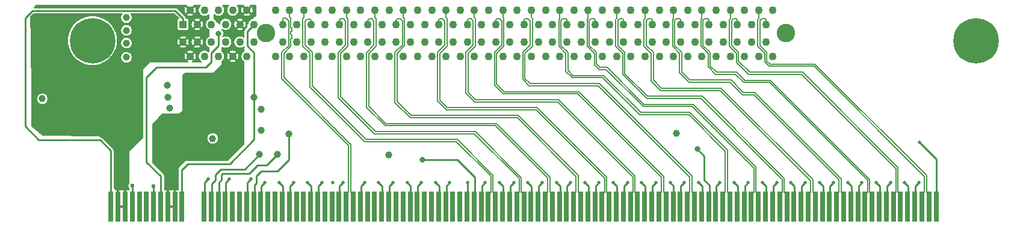
<source format=gbr>
G04 #@! TF.GenerationSoftware,KiCad,Pcbnew,(5.1.5)-3*
G04 #@! TF.CreationDate,2021-02-17T14:45:42+01:00*
G04 #@! TF.ProjectId,riser leopard 1OU,72697365-7220-46c6-956f-706172642031,rev?*
G04 #@! TF.SameCoordinates,PX4a62f80PY5f5e100*
G04 #@! TF.FileFunction,Copper,L4,Bot*
G04 #@! TF.FilePolarity,Positive*
%FSLAX46Y46*%
G04 Gerber Fmt 4.6, Leading zero omitted, Abs format (unit mm)*
G04 Created by KiCad (PCBNEW (5.1.5)-3) date 2021-02-17 14:45:42*
%MOMM*%
%LPD*%
G04 APERTURE LIST*
%ADD10C,0.600000*%
%ADD11C,1.000000*%
%ADD12C,2.600000*%
%ADD13R,1.100000X1.100000*%
%ADD14C,1.100000*%
%ADD15C,0.800000*%
%ADD16C,6.400000*%
%ADD17R,0.800000X4.200000*%
%ADD18C,0.500000*%
%ADD19C,0.250000*%
%ADD20C,0.152400*%
%ADD21C,0.127000*%
G04 APERTURE END LIST*
D10*
X3980000Y-18730000D03*
X3980000Y-17230000D03*
X3980000Y-15730000D03*
D11*
X27658920Y-13185400D03*
D10*
X3980000Y-14230000D03*
X-941500Y-10476000D03*
X5435700Y-7091100D03*
X4165700Y-7091100D03*
X5435700Y-8361100D03*
X4165700Y-8361100D03*
X5435700Y-9631100D03*
X4165700Y-9631100D03*
X5435700Y-10901100D03*
X4165700Y-10901100D03*
X5435700Y-12171100D03*
X4165700Y-12171100D03*
D12*
X24400000Y1040000D03*
X97550000Y1040000D03*
D13*
X12750000Y2290000D03*
D14*
X13750000Y4290000D03*
X14750000Y2290000D03*
X15750000Y4290000D03*
X16750000Y2290000D03*
X17750000Y4290000D03*
X18750000Y2290000D03*
X19750000Y4290000D03*
X20750000Y2290000D03*
X21750000Y4290000D03*
X22750000Y2290000D03*
X25750000Y4290000D03*
X26750000Y2290000D03*
X27750000Y4290000D03*
X28750000Y2290000D03*
X29750000Y4290000D03*
X30750000Y2290000D03*
X31750000Y4290000D03*
X32750000Y2290000D03*
X33750000Y4290000D03*
X34750000Y2290000D03*
X35750000Y4290000D03*
X36750000Y2290000D03*
X37750000Y4290000D03*
X38750000Y2290000D03*
X39750000Y4290000D03*
X40750000Y2290000D03*
X41750000Y4290000D03*
X42750000Y2290000D03*
X43750000Y4290000D03*
X44750000Y2290000D03*
X45750000Y4290000D03*
X46750000Y2290000D03*
X47750000Y4290000D03*
X48750000Y2290000D03*
X49750000Y4290000D03*
X50750000Y2290000D03*
X51750000Y4290000D03*
X52750000Y2290000D03*
X53750000Y4290000D03*
X54750000Y2290000D03*
X55750000Y4290000D03*
X56750000Y2290000D03*
X57750000Y4290000D03*
X58750000Y2290000D03*
X59750000Y4290000D03*
X60750000Y2290000D03*
X61750000Y4290000D03*
X62750000Y2290000D03*
X63750000Y4290000D03*
X64750000Y2290000D03*
X65750000Y4290000D03*
X66750000Y2290000D03*
X67750000Y4290000D03*
X68750000Y2290000D03*
X69750000Y4290000D03*
X70750000Y2290000D03*
X71750000Y4290000D03*
X72750000Y2290000D03*
X73750000Y4290000D03*
X74750000Y2290000D03*
X75750000Y4290000D03*
X76750000Y2290000D03*
X77750000Y4290000D03*
X78750000Y2290000D03*
X79750000Y4290000D03*
X80750000Y2290000D03*
X81750000Y4290000D03*
X82750000Y2290000D03*
X83750000Y4290000D03*
X84750000Y2290000D03*
X85750000Y4290000D03*
X86750000Y2290000D03*
X87750000Y4290000D03*
X88750000Y2290000D03*
X89750000Y4290000D03*
X90750000Y2290000D03*
X91750000Y4290000D03*
X92750000Y2290000D03*
X93750000Y4290000D03*
X94750000Y2290000D03*
X12750000Y-210000D03*
X13750000Y-2210000D03*
X14750000Y-210000D03*
X15750000Y-2210000D03*
X16750000Y-210000D03*
X17750000Y-2210000D03*
X18750000Y-210000D03*
X19750000Y-2210000D03*
X20750000Y-210000D03*
X21750000Y-2210000D03*
X22750000Y-210000D03*
X25750000Y-2210000D03*
X26750000Y-210000D03*
X27750000Y-2210000D03*
X28750000Y-210000D03*
X29750000Y-2210000D03*
X30750000Y-210000D03*
X31750000Y-2210000D03*
X32750000Y-210000D03*
X33750000Y-2210000D03*
X34750000Y-210000D03*
X35750000Y-2210000D03*
X36750000Y-210000D03*
X37750000Y-2210000D03*
X38750000Y-210000D03*
X39750000Y-2210000D03*
X40750000Y-210000D03*
X41750000Y-2210000D03*
X42750000Y-210000D03*
X43750000Y-2210000D03*
X44750000Y-210000D03*
X46750000Y-210000D03*
X47750000Y-2210000D03*
X48750000Y-210000D03*
X49750000Y-2210000D03*
X50750000Y-210000D03*
X51750000Y-2210000D03*
X52750000Y-210000D03*
X53750000Y-2210000D03*
X54750000Y-210000D03*
X55750000Y-2210000D03*
X56750000Y-210000D03*
X57750000Y-2210000D03*
X58750000Y-210000D03*
X59750000Y-2210000D03*
X60750000Y-210000D03*
X61750000Y-2210000D03*
X62750000Y-210000D03*
X63750000Y-2210000D03*
X64750000Y-210000D03*
X65750000Y-2210000D03*
X66750000Y-210000D03*
X67750000Y-2210000D03*
X68750000Y-210000D03*
X69750000Y-2210000D03*
X70750000Y-210000D03*
X71750000Y-2210000D03*
X72750000Y-210000D03*
X73750000Y-2210000D03*
X74750000Y-210000D03*
X75750000Y-2210000D03*
X76750000Y-210000D03*
X77750000Y-2210000D03*
X78750000Y-210000D03*
X79750000Y-2210000D03*
X80750000Y-210000D03*
X81750000Y-2210000D03*
X82750000Y-210000D03*
X83750000Y-2210000D03*
X84750000Y-210000D03*
X85750000Y-2210000D03*
X86750000Y-210000D03*
X87750000Y-2210000D03*
X88750000Y-210000D03*
X89750000Y-2210000D03*
X90750000Y-210000D03*
X91750000Y-2210000D03*
X92750000Y-210000D03*
X93750000Y-2210000D03*
X94750000Y-210000D03*
X45750000Y-2210000D03*
X95750000Y4290000D03*
X95750000Y-2210000D03*
D15*
X125997056Y1697056D03*
X124300000Y2400000D03*
X122602944Y1697056D03*
X121900000Y0D03*
X122602944Y-1697056D03*
X124300000Y-2400000D03*
X125997056Y-1697056D03*
X126700000Y0D03*
D16*
X124300000Y0D03*
D11*
X22749100Y-7965700D03*
X23500000Y-16032200D03*
X26000000Y-16032200D03*
D17*
X15700000Y-23418600D03*
X2600000Y-23418600D03*
X3600000Y-23418600D03*
X4600000Y-23418600D03*
X5600000Y-23418600D03*
X6600000Y-23418600D03*
X7600000Y-23418600D03*
X8600000Y-23418600D03*
X9600000Y-23418600D03*
X10600000Y-23418600D03*
X11600000Y-23418600D03*
X12600000Y-23418600D03*
X16700000Y-23418600D03*
X17700000Y-23418600D03*
X18700000Y-23418600D03*
X19700000Y-23418600D03*
X20700000Y-23418600D03*
X21700000Y-23418600D03*
X22700000Y-23418600D03*
X23700000Y-23418600D03*
X24700000Y-23418600D03*
X25700000Y-23418600D03*
X26700000Y-23418600D03*
X27700000Y-23418600D03*
X28700000Y-23418600D03*
X29700000Y-23418600D03*
X30700000Y-23418600D03*
X31700000Y-23418600D03*
X32700000Y-23418600D03*
X33700000Y-23418600D03*
X34700000Y-23418600D03*
X35700000Y-23418600D03*
X36700000Y-23418600D03*
X37700000Y-23418600D03*
X38700000Y-23418600D03*
X39700000Y-23418600D03*
X40700000Y-23418600D03*
X41700000Y-23418600D03*
X42700000Y-23418600D03*
X43700000Y-23418600D03*
X44700000Y-23418600D03*
X45700000Y-23418600D03*
X46700000Y-23418600D03*
X47700000Y-23418600D03*
X48700000Y-23418600D03*
X49700000Y-23418600D03*
X50700000Y-23418600D03*
X51700000Y-23418600D03*
X52700000Y-23418600D03*
X53700000Y-23418600D03*
X54700000Y-23418600D03*
X55700000Y-23418600D03*
X56700000Y-23418600D03*
X57700000Y-23418600D03*
X58700000Y-23418600D03*
X59700000Y-23418600D03*
X60700000Y-23418600D03*
X61700000Y-23418600D03*
X62700000Y-23418600D03*
X63700000Y-23418600D03*
X64700000Y-23418600D03*
X65700000Y-23418600D03*
X66700000Y-23418600D03*
X67700000Y-23418600D03*
X68700000Y-23418600D03*
X69700000Y-23418600D03*
X70700000Y-23418600D03*
X71700000Y-23418600D03*
X72700000Y-23418600D03*
X73700000Y-23418600D03*
X74700000Y-23418600D03*
X75700000Y-23418600D03*
X76700000Y-23418600D03*
X77700000Y-23418600D03*
X78700000Y-23418600D03*
X79700000Y-23418600D03*
X80700000Y-23418600D03*
X81700000Y-23418600D03*
X82700000Y-23418600D03*
X83700000Y-23418600D03*
X84700000Y-23418600D03*
X85700000Y-23418600D03*
X86700000Y-23418600D03*
X87700000Y-23418600D03*
X88700000Y-23418600D03*
X89700000Y-23418600D03*
X90700000Y-23418600D03*
X91700000Y-23418600D03*
X92700000Y-23418600D03*
X93700000Y-23418600D03*
X94700000Y-23418600D03*
X95700000Y-23418600D03*
X96700000Y-23418600D03*
X97700000Y-23418600D03*
X98700000Y-23418600D03*
X99700000Y-23418600D03*
X100700000Y-23418600D03*
X101700000Y-23418600D03*
X102700000Y-23418600D03*
X103700000Y-23418600D03*
X104700000Y-23418600D03*
X105700000Y-23418600D03*
X106700000Y-23418600D03*
X107700000Y-23418600D03*
X108700000Y-23418600D03*
X109700000Y-23418600D03*
X110700000Y-23418600D03*
X111700000Y-23418600D03*
X112700000Y-23418600D03*
X113700000Y-23418600D03*
X114700000Y-23418600D03*
X115700000Y-23418600D03*
X116700000Y-23418600D03*
X117700000Y-23418600D03*
X118700000Y-23418600D03*
D15*
X1697056Y1697056D03*
X0Y2400000D03*
X-1697056Y1697056D03*
X-2400000Y0D03*
X-1697056Y-1697056D03*
X0Y-2400000D03*
X1697056Y-1697056D03*
X2400000Y0D03*
D16*
X0Y0D03*
D10*
X8600000Y-20489200D03*
X5600000Y-20466600D03*
D18*
X24280000Y-20032200D03*
X22280000Y-19532200D03*
X19280000Y-19532200D03*
X16280000Y-19532200D03*
X26280000Y-20032200D03*
X28280000Y-20032200D03*
X30280000Y-20032200D03*
X32280000Y-20032200D03*
X35280000Y-20032200D03*
D11*
X-7061680Y-8200160D03*
X10503760Y-6296920D03*
X10585040Y-7953000D03*
X10844120Y-9522720D03*
X23782880Y-9690360D03*
X23711760Y-12692640D03*
X16914720Y-13795000D03*
D18*
X116383660Y-14310620D03*
D11*
X82159700Y-13033000D03*
D18*
X38280000Y-20032200D03*
X40280000Y-20032200D03*
X44280000Y-20032200D03*
X48280000Y-20032200D03*
X52780000Y-20032200D03*
X42280000Y-20032200D03*
X46280000Y-20032200D03*
X50280000Y-20032200D03*
X55280000Y-20032200D03*
X57280000Y-20032200D03*
X59280000Y-20032200D03*
X61280000Y-20032200D03*
X63280000Y-20032200D03*
X65280000Y-20032200D03*
X67280000Y-20032200D03*
X69280000Y-20032200D03*
X71280000Y-20032200D03*
X73280000Y-20032200D03*
X75280000Y-20032200D03*
X77280000Y-20032200D03*
X79280000Y-20032200D03*
X81280000Y-20032200D03*
X83280000Y-20032200D03*
X85280000Y-20032200D03*
X88280000Y-20032200D03*
X90280000Y-20032200D03*
X92280000Y-20032200D03*
X94280000Y-20032200D03*
X96280000Y-20032200D03*
X98280000Y-20032200D03*
X100280000Y-20032200D03*
X102280000Y-20032200D03*
X104280000Y-20032200D03*
X106280000Y-20032200D03*
X108280000Y-20032200D03*
X110280000Y-20032200D03*
X112280000Y-20032200D03*
X114280000Y-20032200D03*
D11*
X41690900Y-16157140D03*
D18*
X33780000Y-20032200D03*
D11*
X4780000Y3245000D03*
X4780000Y1445000D03*
X4780000Y-355000D03*
X4780000Y-2355000D03*
D18*
X116280000Y-20032200D03*
D11*
X548160Y-7179080D03*
D15*
X46420380Y-16789600D03*
X17770000Y1010000D03*
X85101020Y-15311380D03*
D19*
X5600000Y-23418600D02*
X5600000Y-20466600D01*
X8600000Y-23418600D02*
X8600000Y-20489200D01*
X8600000Y-20489200D02*
X8601300Y-20487900D01*
X18780000Y-20032200D02*
X19280000Y-19532200D01*
X18780000Y-23418600D02*
X18780000Y-20532200D01*
X21780000Y-20032200D02*
X22280000Y-19532200D01*
X21780000Y-23418600D02*
X21780000Y-20532200D01*
X23780000Y-20532200D02*
X24280000Y-20032200D01*
X26780000Y-20532200D02*
X26280000Y-20032200D01*
X27780000Y-20532200D02*
X28280000Y-20032200D01*
X30780000Y-20532200D02*
X30280000Y-20032200D01*
X31780000Y-20532200D02*
X32280000Y-20032200D01*
X34780000Y-20532200D02*
X35280000Y-20032200D01*
X18780000Y-20032200D02*
X18780000Y-20532200D01*
X15780000Y-20032200D02*
X16280000Y-19532200D01*
X15780000Y-23418600D02*
X15780000Y-20032200D01*
X21780000Y-20032200D02*
X21780000Y-20532200D01*
X118780000Y-23418600D02*
X118780000Y-16706960D01*
X118780000Y-16706960D02*
X116383660Y-14310620D01*
X23780000Y-20532200D02*
X23780000Y-23418600D01*
X26780000Y-20532200D02*
X26780000Y-23418600D01*
X27780000Y-20532200D02*
X27780000Y-23418600D01*
X30780000Y-20532200D02*
X30780000Y-23418600D01*
X31780000Y-20532200D02*
X31780000Y-23418600D01*
X34780000Y-20532200D02*
X34780000Y-23418600D01*
X37780000Y-20532200D02*
X38280000Y-20032200D01*
X37780000Y-23418600D02*
X37780000Y-20532200D01*
X40780000Y-20532200D02*
X40280000Y-20032200D01*
X40780000Y-23418600D02*
X40780000Y-20532200D01*
X41780000Y-23418600D02*
X41780000Y-20532200D01*
X45780000Y-23418600D02*
X45780000Y-20532200D01*
X49780000Y-23418600D02*
X49780000Y-20532200D01*
X41780000Y-20532200D02*
X42280000Y-20032200D01*
X45780000Y-20532200D02*
X46280000Y-20032200D01*
X49780000Y-20532200D02*
X50280000Y-20032200D01*
X44780000Y-23418600D02*
X44780000Y-20532200D01*
X48780000Y-23418600D02*
X48780000Y-20532200D01*
X52780000Y-23418600D02*
X52780000Y-20532200D01*
X44780000Y-20532200D02*
X44280000Y-20032200D01*
X48780000Y-20532200D02*
X48280000Y-20032200D01*
X54780000Y-20532200D02*
X55280000Y-20032200D01*
X54780000Y-23418600D02*
X54780000Y-20532200D01*
X65780000Y-20532200D02*
X65280000Y-20032200D01*
X65780000Y-23418600D02*
X65780000Y-20532200D01*
X62780000Y-20532200D02*
X63280000Y-20032200D01*
X62780000Y-23418600D02*
X62780000Y-20532200D01*
X61780000Y-20532200D02*
X61280000Y-20032200D01*
X61780000Y-23418600D02*
X61780000Y-20532200D01*
X58780000Y-20532200D02*
X59280000Y-20032200D01*
X58780000Y-23418600D02*
X58780000Y-20532200D01*
X57780000Y-20532200D02*
X57280000Y-20032200D01*
X57780000Y-23418600D02*
X57780000Y-20532200D01*
X66780000Y-20532200D02*
X67280000Y-20032200D01*
X66780000Y-23418600D02*
X66780000Y-20532200D01*
X69780000Y-20532200D02*
X69280000Y-20032200D01*
X69780000Y-23418600D02*
X69780000Y-20532200D01*
X70780000Y-20532200D02*
X71280000Y-20032200D01*
X70780000Y-23418600D02*
X70780000Y-20532200D01*
X73780000Y-20532200D02*
X73280000Y-20032200D01*
X73780000Y-23418600D02*
X73780000Y-20532200D01*
X74780000Y-20532200D02*
X75280000Y-20032200D01*
X74780000Y-23418600D02*
X74780000Y-20532200D01*
X77780000Y-20532200D02*
X77280000Y-20032200D01*
X77780000Y-23418600D02*
X77780000Y-20532200D01*
X78780000Y-20532200D02*
X79280000Y-20032200D01*
X78780000Y-23418600D02*
X78780000Y-20532200D01*
X81780000Y-20532200D02*
X81280000Y-20032200D01*
X81780000Y-23418600D02*
X81780000Y-20532200D01*
X82780000Y-20532200D02*
X83280000Y-20032200D01*
X82780000Y-23418600D02*
X82780000Y-20532200D01*
X85780000Y-20532200D02*
X85280000Y-20032200D01*
X85780000Y-23418600D02*
X85780000Y-20532200D01*
X87780000Y-23418600D02*
X87780000Y-20532200D01*
X90780000Y-20532200D02*
X90280000Y-20032200D01*
X90780000Y-23418600D02*
X90780000Y-20532200D01*
X91780000Y-20532200D02*
X92280000Y-20032200D01*
X91780000Y-23418600D02*
X91780000Y-20532200D01*
X94780000Y-20532200D02*
X94280000Y-20032200D01*
X94780000Y-23418600D02*
X94780000Y-20532200D01*
X95780000Y-20532200D02*
X96280000Y-20032200D01*
X95780000Y-23418600D02*
X95780000Y-20532200D01*
X98780000Y-20532200D02*
X98280000Y-20032200D01*
X98780000Y-23418600D02*
X98780000Y-20532200D01*
X99780000Y-20532200D02*
X100280000Y-20032200D01*
X99780000Y-23418600D02*
X99780000Y-20532200D01*
X102780000Y-20532200D02*
X102280000Y-20032200D01*
X102780000Y-23418600D02*
X102780000Y-20532200D01*
X114780000Y-20532200D02*
X114280000Y-20032200D01*
X114780000Y-23418600D02*
X114780000Y-20532200D01*
X111780000Y-20532200D02*
X112280000Y-20032200D01*
X111780000Y-23418600D02*
X111780000Y-20532200D01*
X110780000Y-20532200D02*
X110280000Y-20032200D01*
X110780000Y-23418600D02*
X110780000Y-20532200D01*
X107780000Y-20532200D02*
X108280000Y-20032200D01*
X107780000Y-23418600D02*
X107780000Y-20532200D01*
X106780000Y-20532200D02*
X106280000Y-20032200D01*
X106780000Y-23418600D02*
X106780000Y-20532200D01*
X103780000Y-20532200D02*
X104280000Y-20032200D01*
X103780000Y-23418600D02*
X103780000Y-20532200D01*
X52780000Y-20532200D02*
X52780000Y-20032200D01*
X87780000Y-20532200D02*
X88280000Y-20032200D01*
X115780000Y-20532200D02*
X116280000Y-20032200D01*
X115780000Y-23418600D02*
X115780000Y-20532200D01*
D20*
X36700000Y-21718600D02*
X36700000Y-23418600D01*
X27920640Y249088D02*
X27920640Y-799288D01*
X27922383Y264551D02*
X27920640Y249088D01*
X27927522Y279237D02*
X27922383Y264551D01*
X27935800Y292412D02*
X27927522Y279237D01*
X27959978Y311693D02*
X27946803Y303415D01*
X26922420Y-5230132D02*
X36352400Y-14660112D01*
X28005590Y320317D02*
X27974664Y316832D01*
X28020276Y325456D02*
X28005590Y320317D01*
X28033451Y333734D02*
X28020276Y325456D01*
X28044454Y344737D02*
X28033451Y333734D01*
X28052732Y357912D02*
X28044454Y344737D01*
X28033451Y1333734D02*
X28020276Y1325456D01*
X28059613Y1749088D02*
X28059613Y1388060D01*
X27974664Y1316832D02*
X27959978Y1311693D01*
X28057871Y1764551D02*
X28059613Y1749088D01*
X28044454Y1792412D02*
X28052732Y1779237D01*
X28020276Y1811693D02*
X28033451Y1803415D01*
X27974664Y316832D02*
X27959978Y311693D01*
X27922383Y1872598D02*
X27927522Y1857912D01*
X27946803Y1833734D02*
X27959978Y1825456D01*
X36352400Y-21371000D02*
X36700000Y-21718600D01*
X27927522Y857912D02*
X27935800Y844737D01*
X27920640Y3196160D02*
X27920640Y1888060D01*
X27750000Y4290000D02*
X27750000Y3366800D01*
X27974664Y820317D02*
X28005590Y816832D01*
X28057871Y1372598D02*
X28052732Y1357912D01*
X27946803Y303415D02*
X27935800Y292412D01*
X28052732Y1779237D02*
X28057871Y1764551D01*
X27920640Y-799288D02*
X26922420Y-1797508D01*
X27935800Y1844737D02*
X27946803Y1833734D01*
X28033451Y803415D02*
X28044454Y792412D01*
X27946803Y1303415D02*
X27935800Y1292412D01*
X27920640Y1888060D02*
X27922383Y1872598D01*
X36352400Y-14660112D02*
X36352400Y-21371000D01*
X28020276Y1325456D02*
X28005590Y1320317D01*
X28044454Y1344737D02*
X28033451Y1333734D01*
X28059613Y1388060D02*
X28057871Y1372598D01*
X27959978Y1825456D02*
X27974664Y1820317D01*
X27927522Y1279237D02*
X27922383Y1264551D01*
X27750000Y3366800D02*
X27920640Y3196160D01*
X28059613Y388060D02*
X28057871Y372598D01*
X27927522Y1857912D02*
X27935800Y1844737D01*
X27974664Y1820317D02*
X28005590Y1816832D01*
X28057871Y372598D02*
X28052732Y357912D01*
X28052732Y1357912D02*
X28044454Y1344737D01*
X27920640Y888060D02*
X27922383Y872598D01*
X28005590Y1816832D02*
X28020276Y1811693D01*
X28057871Y764551D02*
X28059613Y749088D01*
X28005590Y1320317D02*
X27974664Y1316832D01*
X28044454Y792412D02*
X28052732Y779237D01*
X27959978Y1311693D02*
X27946803Y1303415D01*
X27935800Y1292412D02*
X27927522Y1279237D01*
X28033451Y1803415D02*
X28044454Y1792412D01*
X27922383Y872598D02*
X27927522Y857912D01*
X27922383Y1264551D02*
X27920640Y1249088D01*
X27920640Y1249088D02*
X27920640Y888060D01*
X27935800Y844737D02*
X27946803Y833734D01*
X27946803Y833734D02*
X27959978Y825456D01*
X27959978Y825456D02*
X27974664Y820317D01*
X28005590Y816832D02*
X28020276Y811693D01*
X28020276Y811693D02*
X28033451Y803415D01*
X28052732Y779237D02*
X28057871Y764551D01*
X28059613Y749088D02*
X28059613Y388060D01*
X26922420Y-1797508D02*
X26922420Y-5230132D01*
X35700000Y-21718600D02*
X35700000Y-23418600D01*
X26750000Y2290000D02*
X26750000Y3067817D01*
X36047600Y-14786368D02*
X36047600Y-21371000D01*
X27211880Y3193720D02*
X27615640Y2789960D01*
X26750000Y3067817D02*
X26875903Y3193720D01*
X26617420Y-1671172D02*
X26617420Y-5356188D01*
X26875903Y3193720D02*
X27211880Y3193720D01*
X27615640Y2789960D02*
X27615640Y-672952D01*
X27615640Y-672952D02*
X26617420Y-1671172D01*
X26617420Y-5356188D02*
X36047600Y-14786368D01*
X36047600Y-21371000D02*
X35700000Y-21718600D01*
X56700000Y-21718600D02*
X56700000Y-23418600D01*
X56352400Y-21371000D02*
X56700000Y-21718600D01*
X56352400Y-18966872D02*
X56352400Y-21371000D01*
X29903630Y-636642D02*
X30900060Y-1633072D01*
X30750000Y2290000D02*
X30750000Y2838220D01*
X29903630Y2746030D02*
X29903630Y-636642D01*
X30188760Y3031160D02*
X29903630Y2746030D01*
X51343128Y-13957600D02*
X56352400Y-18966872D01*
X30750000Y2838220D02*
X30564680Y3031160D01*
X30564680Y3031160D02*
X30188760Y3031160D01*
X30900060Y-1633072D02*
X30900060Y-6394532D01*
X30900060Y-6394532D02*
X38463128Y-13957600D01*
X38463128Y-13957600D02*
X51343128Y-13957600D01*
D19*
X53780000Y-19723080D02*
X53780000Y-23418600D01*
X53780000Y-19217620D02*
X53780000Y-19723080D01*
X46420380Y-16789600D02*
X51351980Y-16789600D01*
X51351980Y-16789600D02*
X53780000Y-19217620D01*
D20*
X59700000Y-21718600D02*
X59700000Y-23418600D01*
X60047600Y-21371000D02*
X59700000Y-21718600D01*
X34950000Y3070000D02*
X35310000Y3070000D01*
X34750000Y2870000D02*
X34950000Y3070000D01*
X34750000Y2290000D02*
X34750000Y2870000D01*
X35614100Y-652632D02*
X34577780Y-1688952D01*
X34577780Y-1688952D02*
X34577780Y-8043308D01*
X34577780Y-8043308D02*
X39676872Y-13142400D01*
X39676872Y-13142400D02*
X53736872Y-13142400D01*
X60047600Y-19453128D02*
X60047600Y-21371000D01*
X35310000Y3070000D02*
X35614100Y2765900D01*
X35614100Y2765900D02*
X35614100Y-652632D01*
X53736872Y-13142400D02*
X60047600Y-19453128D01*
X38950000Y3070000D02*
X39310000Y3070000D01*
X42950000Y3070000D02*
X43310000Y3070000D01*
X38750000Y2870000D02*
X38950000Y3070000D01*
X42750000Y2870000D02*
X42950000Y3070000D01*
X38750000Y2290000D02*
X38750000Y2870000D01*
X42750000Y2290000D02*
X42750000Y2870000D01*
X39310000Y3070000D02*
X39614100Y2765900D01*
X43310000Y3070000D02*
X43614100Y2765900D01*
X38578280Y-9423808D02*
X38578280Y-1688952D01*
X64047600Y-21371000D02*
X64047600Y-19353128D01*
X41166872Y-12012400D02*
X38578280Y-9423808D01*
X64047600Y-19353128D02*
X56706872Y-12012400D01*
X63700000Y-23418600D02*
X63700000Y-21718600D01*
X63700000Y-21718600D02*
X64047600Y-21371000D01*
X56706872Y-12012400D02*
X41166872Y-12012400D01*
X39614100Y2765900D02*
X39614100Y-653132D01*
X39614100Y-653132D02*
X38578280Y-1688952D01*
X34882780Y-1815288D02*
X35919100Y-778968D01*
X35919100Y3089480D02*
X35750000Y3258580D01*
X34882780Y-7917252D02*
X34882780Y-1815288D01*
X35750000Y3258580D02*
X35750000Y4290000D01*
X60700000Y-23418600D02*
X60700000Y-21718600D01*
X60700000Y-21718600D02*
X60352400Y-21371000D01*
X60352400Y-21371000D02*
X60352400Y-19326872D01*
X60352400Y-19326872D02*
X53863128Y-12837600D01*
X53863128Y-12837600D02*
X39803128Y-12837600D01*
X39803128Y-12837600D02*
X34882780Y-7917252D01*
X35919100Y-778968D02*
X35919100Y3089480D01*
X39750000Y3258580D02*
X39750000Y4290000D01*
X43750000Y3258580D02*
X43750000Y4290000D01*
X39919100Y3089480D02*
X39750000Y3258580D01*
X43919100Y3089480D02*
X43750000Y3258580D01*
X30595060Y-1759408D02*
X30595060Y-6520588D01*
X29597031Y2460213D02*
X29598830Y2458414D01*
X29598830Y-763178D02*
X30595060Y-1759408D01*
X29598830Y2458414D02*
X29598830Y-763178D01*
X29750000Y4290000D02*
X29750000Y3275660D01*
X55700000Y-21718600D02*
X55700000Y-23418600D01*
X51216872Y-14262400D02*
X56047600Y-19093128D01*
X29750000Y3275660D02*
X29597031Y3122691D01*
X29597031Y3122691D02*
X29597031Y2460213D01*
X30595060Y-6520588D02*
X38336872Y-14262400D01*
X56047600Y-19093128D02*
X56047600Y-21371000D01*
X56047600Y-21371000D02*
X55700000Y-21718600D01*
X38336872Y-14262400D02*
X51216872Y-14262400D01*
X49750000Y3295140D02*
X49750000Y4290000D01*
X62543128Y-9447600D02*
X49913128Y-9447600D01*
X72352400Y-21371000D02*
X72352400Y-19256872D01*
X48860920Y-1800048D02*
X49889620Y-771348D01*
X49889620Y-771348D02*
X49889620Y3155520D01*
X72700000Y-23418600D02*
X72700000Y-21718600D01*
X72700000Y-21718600D02*
X72352400Y-21371000D01*
X72352400Y-19256872D02*
X62543128Y-9447600D01*
X49913128Y-9447600D02*
X48860920Y-8395392D01*
X48860920Y-8395392D02*
X48860920Y-1800048D01*
X49889620Y3155520D02*
X49750000Y3295140D01*
X53750000Y3295140D02*
X53750000Y4290000D01*
X57750000Y3295140D02*
X57750000Y4290000D01*
X61750000Y3295140D02*
X61750000Y4290000D01*
X53889620Y3155520D02*
X53750000Y3295140D01*
X57889620Y3155520D02*
X57750000Y3295140D01*
X61889620Y3155520D02*
X61750000Y3295140D01*
X53889620Y-771348D02*
X53889620Y3155520D01*
X57889620Y-771348D02*
X57889620Y3155520D01*
X61889620Y-771348D02*
X61889620Y3155520D01*
X42555920Y-8721448D02*
X42555920Y-1673712D01*
X59791872Y-10877400D02*
X44711872Y-10877400D01*
X67700000Y-23418600D02*
X67700000Y-21718600D01*
X67700000Y-21718600D02*
X68047600Y-21371000D01*
X44711872Y-10877400D02*
X42555920Y-8721448D01*
X68047600Y-21371000D02*
X68047600Y-19133128D01*
X68047600Y-19133128D02*
X59791872Y-10877400D01*
X43614100Y2765900D02*
X43614100Y-615532D01*
X43614100Y-615532D02*
X42555920Y-1673712D01*
X60555920Y-5461448D02*
X60555920Y-1673712D01*
X71161172Y-6362400D02*
X61456872Y-6362400D01*
X84047600Y-19248828D02*
X71161172Y-6362400D01*
X60555920Y-1673712D02*
X61584620Y-645012D01*
X83700000Y-21718600D02*
X84047600Y-21371000D01*
X83700000Y-23418600D02*
X83700000Y-21718600D01*
X84047600Y-21371000D02*
X84047600Y-19248828D01*
X61456872Y-6362400D02*
X60555920Y-5461448D01*
X64700000Y-21718600D02*
X64352400Y-21371000D01*
X56833128Y-11707600D02*
X41293128Y-11707600D01*
X64352400Y-21371000D02*
X64352400Y-19226872D01*
X64700000Y-23418600D02*
X64700000Y-21718600D01*
X64352400Y-19226872D02*
X56833128Y-11707600D01*
X41293128Y-11707600D02*
X38883280Y-9297752D01*
X38883280Y-9297752D02*
X38883280Y-1815288D01*
X39919100Y-779468D02*
X38883280Y-1815288D01*
X39919100Y3089480D02*
X39919100Y-779468D01*
X56555920Y-1673712D02*
X57584620Y-645012D01*
X57796872Y-7502400D02*
X56555920Y-6261448D01*
X80047600Y-19262028D02*
X68287972Y-7502400D01*
X79700000Y-23418600D02*
X79700000Y-21718600D01*
X68287972Y-7502400D02*
X57796872Y-7502400D01*
X80047600Y-21371000D02*
X80047600Y-19262028D01*
X79700000Y-21718600D02*
X80047600Y-21371000D01*
X56555920Y-6261448D02*
X56555920Y-1673712D01*
X71700000Y-21718600D02*
X71700000Y-23418600D01*
X72047600Y-21371000D02*
X71700000Y-21718600D01*
X48930000Y3080000D02*
X49260000Y3080000D01*
X49584620Y-645012D02*
X48555920Y-1673712D01*
X62416872Y-9752400D02*
X72047600Y-19383128D01*
X49584620Y2755380D02*
X49584620Y-645012D01*
X48750000Y2290000D02*
X48750000Y2900000D01*
X48750000Y2900000D02*
X48930000Y3080000D01*
X49260000Y3080000D02*
X49584620Y2755380D01*
X48555920Y-8521448D02*
X49786872Y-9752400D01*
X48555920Y-1673712D02*
X48555920Y-8521448D01*
X49786872Y-9752400D02*
X62416872Y-9752400D01*
X72047600Y-19383128D02*
X72047600Y-21371000D01*
X52930000Y3080000D02*
X53260000Y3080000D01*
X56930000Y3080000D02*
X57260000Y3080000D01*
X60930000Y3080000D02*
X61260000Y3080000D01*
X52750000Y2900000D02*
X52930000Y3080000D01*
X56750000Y2900000D02*
X56930000Y3080000D01*
X60750000Y2900000D02*
X60930000Y3080000D01*
X52750000Y2290000D02*
X52750000Y2900000D01*
X56750000Y2290000D02*
X56750000Y2900000D01*
X60750000Y2290000D02*
X60750000Y2900000D01*
X53260000Y3080000D02*
X53584620Y2755380D01*
X57260000Y3080000D02*
X57584620Y2755380D01*
X61260000Y3080000D02*
X61584620Y2755380D01*
X53584620Y2755380D02*
X53584620Y-645012D01*
X57584620Y2755380D02*
X57584620Y-645012D01*
X61584620Y2755380D02*
X61584620Y-645012D01*
X68352400Y-19006872D02*
X59918128Y-10572600D01*
X68700000Y-23418600D02*
X68700000Y-21718600D01*
X44838128Y-10572600D02*
X42860920Y-8595392D01*
X68700000Y-21718600D02*
X68352400Y-21371000D01*
X68352400Y-21371000D02*
X68352400Y-19006872D01*
X59918128Y-10572600D02*
X44838128Y-10572600D01*
X42860920Y-8595392D02*
X42860920Y-1800048D01*
X43919100Y-741868D02*
X42860920Y-1800048D01*
X43919100Y3089480D02*
X43919100Y-741868D01*
X52555920Y-7421448D02*
X52555920Y-1673712D01*
X53766872Y-8632400D02*
X52555920Y-7421448D01*
X76047600Y-21371000D02*
X76047600Y-19219348D01*
X65460652Y-8632400D02*
X53766872Y-8632400D01*
X76047600Y-19219348D02*
X65460652Y-8632400D01*
X52555920Y-1673712D02*
X53584620Y-645012D01*
X75700000Y-23418600D02*
X75700000Y-21718600D01*
X75700000Y-21718600D02*
X76047600Y-21371000D01*
X56860920Y-6135392D02*
X56860920Y-1800048D01*
X80352400Y-19135492D02*
X68414508Y-7197600D01*
X80700000Y-23418600D02*
X80700000Y-21718600D01*
X80700000Y-21718600D02*
X80352400Y-21371000D01*
X80352400Y-21371000D02*
X80352400Y-19135492D01*
X68414508Y-7197600D02*
X57923128Y-7197600D01*
X57923128Y-7197600D02*
X56860920Y-6135392D01*
X56860920Y-1800048D02*
X57889620Y-771348D01*
X76700000Y-21718600D02*
X76352400Y-21371000D01*
X76352400Y-21371000D02*
X76352400Y-19092812D01*
X52860920Y-1800048D02*
X53889620Y-771348D01*
X52860920Y-7295392D02*
X52860920Y-1800048D01*
X76700000Y-23418600D02*
X76700000Y-21718600D01*
X65587188Y-8327600D02*
X53893128Y-8327600D01*
X76352400Y-19092812D02*
X65587188Y-8327600D01*
X53893128Y-8327600D02*
X52860920Y-7295392D01*
X60860920Y-1800048D02*
X61889620Y-771348D01*
X84352400Y-19122292D02*
X71287708Y-6057600D01*
X60860920Y-5335392D02*
X60860920Y-1800048D01*
X84700000Y-23418600D02*
X84700000Y-21718600D01*
X61583128Y-6057600D02*
X60860920Y-5335392D01*
X84700000Y-21718600D02*
X84352400Y-21371000D01*
X84352400Y-21371000D02*
X84352400Y-19122292D01*
X71287708Y-6057600D02*
X61583128Y-6057600D01*
D19*
X12600000Y-23418600D02*
X12600000Y-18216400D01*
X13452700Y-17363700D02*
X19307400Y-17363700D01*
X12600000Y-18216400D02*
X13452700Y-17363700D01*
X19307400Y-17363700D02*
X22749100Y-13922000D01*
X22749100Y-1706400D02*
X21758500Y-715800D01*
X21758500Y1298500D02*
X22750000Y2290000D01*
X21758500Y-715800D02*
X21758500Y1298500D01*
X22749100Y-1706400D02*
X22749100Y-7965700D01*
X22749100Y-13922000D02*
X22749100Y-7965700D01*
X16754700Y-1706400D02*
X17770700Y-690400D01*
X15941900Y-3787400D02*
X16754700Y-2974600D01*
X9600000Y-23418600D02*
X9600000Y-19124400D01*
X9600000Y-19124400D02*
X7598000Y-17122400D01*
X7598000Y-17122400D02*
X7598000Y-5171700D01*
X7598000Y-5171700D02*
X8982300Y-3787400D01*
X8982300Y-3787400D02*
X15941900Y-3787400D01*
X16754700Y-2974600D02*
X16754700Y-1706400D01*
X17770700Y-690400D02*
X17770700Y1009300D01*
X17770700Y1009300D02*
X17770000Y1010000D01*
X86780000Y-20383202D02*
X86780000Y-21068600D01*
X86089080Y-19692282D02*
X86780000Y-20383202D01*
X86089080Y-16299440D02*
X86089080Y-19692282D01*
X86780000Y-21068600D02*
X86780000Y-23418600D01*
X85101020Y-15311380D02*
X86089080Y-16299440D01*
D20*
X65621660Y315477D02*
X65621660Y2998040D01*
X66617340Y-4332868D02*
X66617340Y-1807668D01*
X77016872Y-10442400D02*
X71786872Y-5212400D01*
X83916872Y-10442400D02*
X77016872Y-10442400D01*
X88700000Y-21718600D02*
X89047600Y-21371000D01*
X89047600Y-15573128D02*
X83916872Y-10442400D01*
X88700000Y-23418600D02*
X88700000Y-21718600D01*
X66617340Y-1807668D02*
X65619008Y-809336D01*
X65619008Y-809336D02*
X65619008Y312825D01*
X65621660Y2998040D02*
X65750000Y3126380D01*
X65750000Y3126380D02*
X65750000Y4290000D01*
X71786872Y-5212400D02*
X67496872Y-5212400D01*
X65619008Y312825D02*
X65621660Y315477D01*
X89047600Y-21371000D02*
X89047600Y-15573128D01*
X67496872Y-5212400D02*
X66617340Y-4332868D01*
X66750000Y2893520D02*
X66750000Y2290000D01*
X66586960Y3056560D02*
X66750000Y2893520D01*
X66178020Y3056560D02*
X66586960Y3056560D01*
X65926660Y2805200D02*
X66178020Y3056560D01*
X65926660Y189438D02*
X65926660Y2805200D01*
X65923799Y186577D02*
X65926660Y189438D01*
X66922340Y-1681332D02*
X65923799Y-682791D01*
X66922340Y-4206812D02*
X66922340Y-1681332D01*
X89352400Y-21371000D02*
X89352400Y-15446872D01*
X67623128Y-4907600D02*
X66922340Y-4206812D01*
X89352400Y-15446872D02*
X84043128Y-10137600D01*
X65923799Y-682791D02*
X65923799Y186577D01*
X89700000Y-23418600D02*
X89700000Y-21718600D01*
X89700000Y-21718600D02*
X89352400Y-21371000D01*
X84043128Y-10137600D02*
X77143128Y-10137600D01*
X77143128Y-10137600D02*
X71913128Y-4907600D01*
X71913128Y-4907600D02*
X67623128Y-4907600D01*
X69619008Y-809336D02*
X69619008Y312825D01*
X70617340Y-1807668D02*
X69619008Y-809336D01*
X69619008Y312825D02*
X69621660Y315477D01*
X69621660Y315477D02*
X69621660Y2998040D01*
X69621660Y2998040D02*
X69750000Y3126380D01*
X69750000Y3126380D02*
X69750000Y4290000D01*
X70617340Y-3397208D02*
X70617340Y-1807668D01*
X77466872Y-9282400D02*
X72266872Y-4082400D01*
X72266872Y-4082400D02*
X71302532Y-4082400D01*
X71302532Y-4082400D02*
X70617340Y-3397208D01*
X92700000Y-23418600D02*
X92700000Y-21718600D01*
X92700000Y-21718600D02*
X93047600Y-21371000D01*
X93047600Y-21371000D02*
X93047600Y-17953128D01*
X93047600Y-17953128D02*
X84376872Y-9282400D01*
X84376872Y-9282400D02*
X77466872Y-9282400D01*
X70750000Y2893520D02*
X70750000Y2290000D01*
X70586960Y3056560D02*
X70750000Y2893520D01*
X70178020Y3056560D02*
X70586960Y3056560D01*
X69926660Y189438D02*
X69926660Y2805200D01*
X69926660Y2805200D02*
X70178020Y3056560D01*
X70922340Y-3270872D02*
X70922340Y-1681332D01*
X70922340Y-1681332D02*
X69923799Y-682791D01*
X69923799Y-682791D02*
X69923799Y186577D01*
X69923799Y186577D02*
X69926660Y189438D01*
X77593128Y-8977600D02*
X72393128Y-3777600D01*
X71429068Y-3777600D02*
X70922340Y-3270872D01*
X72393128Y-3777600D02*
X71429068Y-3777600D01*
X93700000Y-23418600D02*
X93700000Y-21718600D01*
X93700000Y-21718600D02*
X93352400Y-21371000D01*
X93352400Y-21371000D02*
X93352400Y-17826872D01*
X93352400Y-17826872D02*
X84503128Y-8977600D01*
X84503128Y-8977600D02*
X77593128Y-8977600D01*
X74617340Y-1807668D02*
X73619008Y-809336D01*
X74617340Y-4802868D02*
X74617340Y-1807668D01*
X73621660Y315477D02*
X73621660Y2998040D01*
X73619008Y-809336D02*
X73619008Y312825D01*
X77976872Y-8162400D02*
X74617340Y-4802868D01*
X73619008Y312825D02*
X73621660Y315477D01*
X73750000Y3126380D02*
X73750000Y4290000D01*
X73621660Y2998040D02*
X73750000Y3126380D01*
X96700000Y-23418600D02*
X96700000Y-21718600D01*
X96700000Y-21718600D02*
X97047600Y-21371000D01*
X97047600Y-21371000D02*
X97047600Y-19573128D01*
X97047600Y-19573128D02*
X85636872Y-8162400D01*
X85636872Y-8162400D02*
X77976872Y-8162400D01*
X74586960Y3056560D02*
X74750000Y2893520D01*
X73926660Y189438D02*
X73926660Y2805200D01*
X74750000Y2893520D02*
X74750000Y2290000D01*
X73926660Y2805200D02*
X74178020Y3056560D01*
X74922340Y-4676812D02*
X74922340Y-1681332D01*
X74178020Y3056560D02*
X74586960Y3056560D01*
X73923799Y-682791D02*
X73923799Y186577D01*
X78103128Y-7857600D02*
X74922340Y-4676812D01*
X74922340Y-1681332D02*
X73923799Y-682791D01*
X73923799Y186577D02*
X73926660Y189438D01*
X97700000Y-21718600D02*
X97352400Y-21371000D01*
X97700000Y-23418600D02*
X97700000Y-21718600D01*
X97352400Y-21371000D02*
X97352400Y-19446872D01*
X85763128Y-7857600D02*
X78103128Y-7857600D01*
X97352400Y-19446872D02*
X85763128Y-7857600D01*
X78617340Y-5692868D02*
X78617340Y-1807668D01*
X77621660Y2998040D02*
X77750000Y3126380D01*
X79946872Y-7022400D02*
X78617340Y-5692868D01*
X77619008Y312825D02*
X77621660Y315477D01*
X77619008Y-809336D02*
X77619008Y312825D01*
X77621660Y315477D02*
X77621660Y2998040D01*
X77750000Y3126380D02*
X77750000Y4290000D01*
X78617340Y-1807668D02*
X77619008Y-809336D01*
X100700000Y-23418600D02*
X100700000Y-21718600D01*
X100700000Y-21718600D02*
X101047600Y-21371000D01*
X101047600Y-21371000D02*
X101047600Y-19743128D01*
X101047600Y-19743128D02*
X88326872Y-7022400D01*
X88326872Y-7022400D02*
X79946872Y-7022400D01*
X78586960Y3056560D02*
X78750000Y2893520D01*
X77926660Y2805200D02*
X78178020Y3056560D01*
X77926660Y189438D02*
X77926660Y2805200D01*
X78178020Y3056560D02*
X78586960Y3056560D01*
X78750000Y2893520D02*
X78750000Y2290000D01*
X77923799Y-682791D02*
X77923799Y186577D01*
X80073128Y-6717600D02*
X78922340Y-5566812D01*
X78922340Y-5566812D02*
X78922340Y-1681332D01*
X78922340Y-1681332D02*
X77923799Y-682791D01*
X77923799Y186577D02*
X77926660Y189438D01*
X101700000Y-21718600D02*
X101352400Y-21371000D01*
X101700000Y-23418600D02*
X101700000Y-21718600D01*
X101352400Y-21371000D02*
X101352400Y-19616872D01*
X88453128Y-6717600D02*
X80073128Y-6717600D01*
X101352400Y-19616872D02*
X88453128Y-6717600D01*
X81619008Y312825D02*
X81621660Y315477D01*
X81621660Y-811988D02*
X81621660Y-735477D01*
X81621660Y-735477D02*
X81619008Y-732825D01*
X81750000Y3126380D02*
X81750000Y4290000D01*
X81619008Y-732825D02*
X81619008Y312825D01*
X81621660Y315477D02*
X81621660Y2998040D01*
X81621660Y2998040D02*
X81750000Y3126380D01*
X82617340Y-1807668D02*
X81621660Y-811988D01*
X83936872Y-5882400D02*
X82617340Y-4562868D01*
X82617340Y-4562868D02*
X82617340Y-1807668D01*
X104700000Y-23418600D02*
X104700000Y-21718600D01*
X104700000Y-21718600D02*
X105047600Y-21371000D01*
X105047600Y-21371000D02*
X105047600Y-19613128D01*
X83936872Y-5882400D02*
X89706872Y-5882400D01*
X89706872Y-5882400D02*
X91446872Y-7622400D01*
X91446872Y-7622400D02*
X93056872Y-7622400D01*
X93056872Y-7622400D02*
X105047600Y-19613128D01*
X82750000Y2893520D02*
X82750000Y2290000D01*
X82586960Y3056560D02*
X82750000Y2893520D01*
X82178020Y3056560D02*
X82586960Y3056560D01*
X81926660Y2805200D02*
X82178020Y3056560D01*
X81926660Y189438D02*
X81926660Y2805200D01*
X81923799Y-606577D02*
X81923799Y186577D01*
X81926660Y-685652D02*
X81926660Y-609438D01*
X82922340Y-1681332D02*
X81926660Y-685652D01*
X81923799Y186577D02*
X81926660Y189438D01*
X81926660Y-609438D02*
X81923799Y-606577D01*
X84063128Y-5577600D02*
X82922340Y-4436812D01*
X82922340Y-4436812D02*
X82922340Y-1681332D01*
X105700000Y-21718600D02*
X105352400Y-21371000D01*
X105700000Y-23418600D02*
X105700000Y-21718600D01*
X105352400Y-21371000D02*
X105352400Y-19486872D01*
X84063128Y-5577600D02*
X89833128Y-5577600D01*
X89833128Y-5577600D02*
X91573128Y-7317600D01*
X93183128Y-7317600D02*
X105352400Y-19486872D01*
X91573128Y-7317600D02*
X93183128Y-7317600D01*
X85619008Y312825D02*
X85621660Y315477D01*
X86617340Y-1807668D02*
X85619008Y-809336D01*
X85621660Y2998040D02*
X85750000Y3126380D01*
X85750000Y3126380D02*
X85750000Y4290000D01*
X85621660Y315477D02*
X85621660Y2998040D01*
X85619008Y-809336D02*
X85619008Y312825D01*
X87676872Y-4752400D02*
X86617340Y-3692868D01*
X86617340Y-3692868D02*
X86617340Y-1807668D01*
X108700000Y-23418600D02*
X108700000Y-21718600D01*
X108700000Y-21718600D02*
X109047600Y-21371000D01*
X109047600Y-21371000D02*
X109047600Y-19703128D01*
X87676872Y-4752400D02*
X90496872Y-4752400D01*
X90496872Y-4752400D02*
X91656872Y-5912400D01*
X91656872Y-5912400D02*
X95256872Y-5912400D01*
X95256872Y-5912400D02*
X109047600Y-19703128D01*
X86178020Y3056560D02*
X86586960Y3056560D01*
X85926660Y189438D02*
X85926660Y2805200D01*
X85926660Y2805200D02*
X86178020Y3056560D01*
X86750000Y2893520D02*
X86750000Y2290000D01*
X86922340Y-1681332D02*
X85923799Y-682791D01*
X86586960Y3056560D02*
X86750000Y2893520D01*
X85923799Y-682791D02*
X85923799Y186577D01*
X85923799Y186577D02*
X85926660Y189438D01*
X86922340Y-3566812D02*
X86922340Y-1681332D01*
X87803128Y-4447600D02*
X86922340Y-3566812D01*
X109700000Y-21718600D02*
X109352400Y-21371000D01*
X109700000Y-23418600D02*
X109700000Y-21718600D01*
X109352400Y-21371000D02*
X109352400Y-19576872D01*
X87803128Y-4447600D02*
X90623128Y-4447600D01*
X90623128Y-4447600D02*
X91783128Y-5607600D01*
X95383128Y-5607600D02*
X109352400Y-19576872D01*
X91783128Y-5607600D02*
X95383128Y-5607600D01*
X89619008Y-809336D02*
X89619008Y312825D01*
X90617340Y-1807668D02*
X89619008Y-809336D01*
X112700000Y-23418600D02*
X112700000Y-21718600D01*
X112700000Y-21718600D02*
X113047600Y-21371000D01*
X113047600Y-21371000D02*
X113047600Y-18045688D01*
X89619008Y312825D02*
X89621660Y315477D01*
X89621660Y315477D02*
X89621660Y2998040D01*
X89621660Y2998040D02*
X89750000Y3126380D01*
X89750000Y3126380D02*
X89750000Y4290000D01*
X90617340Y-1807668D02*
X90617340Y-3042868D01*
X90617340Y-3042868D02*
X92356872Y-4782400D01*
X92356872Y-4782400D02*
X99784312Y-4782400D01*
X99784312Y-4782400D02*
X113047600Y-18045688D01*
X90750000Y2893520D02*
X90750000Y2290000D01*
X90586960Y3056560D02*
X90750000Y2893520D01*
X90178020Y3056560D02*
X90586960Y3056560D01*
X89926660Y2805200D02*
X90178020Y3056560D01*
X113700000Y-23418600D02*
X113700000Y-21718600D01*
X113700000Y-21718600D02*
X113352400Y-21371000D01*
X89923799Y-682791D02*
X89923799Y186577D01*
X89923799Y186577D02*
X89926660Y189438D01*
X89926660Y189438D02*
X89926660Y2805200D01*
X113352400Y-21371000D02*
X113352400Y-17919152D01*
X90922340Y-1681332D02*
X89923799Y-682791D01*
X90922340Y-1681332D02*
X90922340Y-2916812D01*
X90922340Y-2916812D02*
X92483128Y-4477600D01*
X99910848Y-4477600D02*
X113352400Y-17919152D01*
X92483128Y-4477600D02*
X99910848Y-4477600D01*
X94595440Y-1785768D02*
X94595440Y-3019248D01*
X93619008Y-809336D02*
X94595440Y-1785768D01*
X93750000Y4290000D02*
X93750000Y3126380D01*
X93621660Y2998040D02*
X93621660Y315477D01*
X93619008Y312825D02*
X93619008Y-809336D01*
X93621660Y315477D02*
X93619008Y312825D01*
X93750000Y3126380D02*
X93621660Y2998040D01*
X116700000Y-23418600D02*
X116700000Y-21718600D01*
X116700000Y-21718600D02*
X117047600Y-21371000D01*
X117047600Y-21371000D02*
X117047600Y-19129768D01*
X94595440Y-3019248D02*
X95208592Y-3632400D01*
X95208592Y-3632400D02*
X101550232Y-3632400D01*
X101550232Y-3632400D02*
X117047600Y-19129768D01*
X94750000Y2290000D02*
X94750000Y2893520D01*
X93926660Y2805200D02*
X93926660Y189438D01*
X94586960Y3056560D02*
X94178020Y3056560D01*
X94750000Y2893520D02*
X94586960Y3056560D01*
X94178020Y3056560D02*
X93926660Y2805200D01*
X93926660Y189438D02*
X93923799Y186577D01*
X93923799Y-682791D02*
X94900440Y-1659432D01*
X93923799Y186577D02*
X93923799Y-682791D01*
X94900440Y-1659432D02*
X94900440Y-2892912D01*
X117700000Y-21718600D02*
X117352400Y-21371000D01*
X117700000Y-23418600D02*
X117700000Y-21718600D01*
X117352400Y-21371000D02*
X117352400Y-19003232D01*
X94900440Y-2892912D02*
X95335128Y-3327600D01*
X95335128Y-3327600D02*
X101676768Y-3327600D01*
X101676768Y-3327600D02*
X117352400Y-19003232D01*
D19*
X12750000Y3130000D02*
X12750000Y2290000D01*
X11666400Y4213600D02*
X12750000Y3130000D01*
X-9450000Y3200000D02*
X-8436400Y4213600D01*
X-8436400Y4213600D02*
X11666400Y4213600D01*
X2600000Y-15500000D02*
X1100000Y-14000000D01*
X2600000Y-23418600D02*
X2600000Y-15500000D01*
X1100000Y-14000000D02*
X-7550000Y-14000000D01*
X-9450000Y-12100000D02*
X-9450000Y3200000D01*
X-7550000Y-14000000D02*
X-9450000Y-12100000D01*
X17780000Y-19990920D02*
X17780000Y-23418600D01*
X18159320Y-19611600D02*
X17780000Y-19990920D01*
X18159320Y-18935960D02*
X18159320Y-19611600D01*
X26000000Y-16032200D02*
X24473340Y-17558860D01*
X24473340Y-17558860D02*
X23219420Y-17558860D01*
X23219420Y-17558860D02*
X22030280Y-18748000D01*
X22030280Y-18748000D02*
X18347280Y-18748000D01*
X18347280Y-18748000D02*
X18159320Y-18935960D01*
X21419200Y-18113000D02*
X23500000Y-16032200D01*
X16780000Y-20203900D02*
X17269050Y-19714850D01*
X16780000Y-23418600D02*
X16780000Y-20203900D01*
X17269050Y-19714850D02*
X17269050Y-18944850D01*
X18100900Y-18113000D02*
X21419200Y-18113000D01*
X17269050Y-18944850D02*
X18100900Y-18113000D01*
X22780000Y-20395790D02*
X23097080Y-20078710D01*
X22780000Y-23418600D02*
X22780000Y-20395790D01*
X23097080Y-20078710D02*
X23097080Y-19113760D01*
X23097080Y-19113760D02*
X23777800Y-18433040D01*
X23777800Y-18433040D02*
X26043480Y-18433040D01*
X26043480Y-18433040D02*
X27658920Y-16817600D01*
X27658920Y-16817600D02*
X27658920Y-15136120D01*
X27658920Y-15136120D02*
X27658920Y-13185400D01*
D21*
G36*
X13236447Y4893355D02*
G01*
X13750000Y4379803D01*
X14263553Y4893355D01*
X14252109Y4922500D01*
X15155670Y4922500D01*
X15076169Y4842999D01*
X14981232Y4700915D01*
X14915838Y4543040D01*
X14882500Y4375441D01*
X14882500Y4204559D01*
X14915838Y4036960D01*
X14981232Y3879085D01*
X15076169Y3737001D01*
X15197001Y3616169D01*
X15339085Y3521232D01*
X15496960Y3455838D01*
X15664559Y3422500D01*
X15835441Y3422500D01*
X16003040Y3455838D01*
X16160915Y3521232D01*
X16302999Y3616169D01*
X16406720Y3719890D01*
X16406720Y3086783D01*
X16339085Y3058768D01*
X16197001Y2963831D01*
X16076169Y2842999D01*
X15981232Y2700915D01*
X15915838Y2543040D01*
X15882500Y2375441D01*
X15882500Y2204559D01*
X15915838Y2036960D01*
X15981232Y1879085D01*
X16076169Y1737001D01*
X16197001Y1616169D01*
X16339085Y1521232D01*
X16406720Y1493217D01*
X16406720Y586783D01*
X16339085Y558768D01*
X16197001Y463831D01*
X16076169Y342999D01*
X15981232Y200915D01*
X15915838Y43040D01*
X15882500Y-124559D01*
X15882500Y-295441D01*
X15915838Y-463040D01*
X15981232Y-620915D01*
X16076169Y-762999D01*
X16197001Y-883831D01*
X16339085Y-978768D01*
X16406720Y-1006783D01*
X16406720Y-1432899D01*
X16384995Y-1459371D01*
X16343905Y-1536244D01*
X16334402Y-1567572D01*
X16302999Y-1536169D01*
X16160915Y-1441232D01*
X16003040Y-1375838D01*
X15835441Y-1342500D01*
X15664559Y-1342500D01*
X15496960Y-1375838D01*
X15339085Y-1441232D01*
X15197001Y-1536169D01*
X15076169Y-1657001D01*
X14981232Y-1799085D01*
X14915838Y-1956960D01*
X14882500Y-2124559D01*
X14882500Y-2295441D01*
X14915838Y-2463040D01*
X14981232Y-2620915D01*
X15076169Y-2762999D01*
X15197001Y-2883831D01*
X15339085Y-2978768D01*
X15402608Y-3005080D01*
X14106332Y-3005080D01*
X14110482Y-3003667D01*
X14209637Y-2950668D01*
X14263553Y-2813355D01*
X13750000Y-2299803D01*
X13236447Y-2813355D01*
X13290363Y-2950668D01*
X13400955Y-3005080D01*
X8090760Y-3005080D01*
X8078372Y-3006300D01*
X8066460Y-3009914D01*
X8055481Y-3015782D01*
X8045859Y-3023679D01*
X7088279Y-3981259D01*
X7080382Y-3990881D01*
X7074514Y-4001860D01*
X7070900Y-4013772D01*
X7069680Y-4026160D01*
X7069680Y-13669638D01*
X5101999Y-15637319D01*
X5094102Y-15646941D01*
X5088234Y-15657920D01*
X5084620Y-15669832D01*
X5083400Y-15682220D01*
X5083400Y-20128275D01*
X5052778Y-20174104D01*
X5006230Y-20286482D01*
X4982500Y-20405782D01*
X4982500Y-20527418D01*
X5006230Y-20646718D01*
X5052778Y-20759096D01*
X5083400Y-20804925D01*
X5083400Y-21012112D01*
X5062241Y-21005694D01*
X5000000Y-20999564D01*
X4742875Y-21001100D01*
X4663500Y-21080475D01*
X4663500Y-23355100D01*
X4683500Y-23355100D01*
X4683500Y-23482100D01*
X4663500Y-23482100D01*
X4663500Y-23502100D01*
X4536500Y-23502100D01*
X4536500Y-23482100D01*
X3663500Y-23482100D01*
X3663500Y-23502100D01*
X3536500Y-23502100D01*
X3536500Y-23482100D01*
X3516500Y-23482100D01*
X3516500Y-23355100D01*
X3536500Y-23355100D01*
X3536500Y-21080475D01*
X3663500Y-21080475D01*
X3663500Y-23355100D01*
X4536500Y-23355100D01*
X4536500Y-21080475D01*
X4457125Y-21001100D01*
X4200000Y-20999564D01*
X4137759Y-21005694D01*
X4100000Y-21017148D01*
X4062241Y-21005694D01*
X4000000Y-20999564D01*
X3742875Y-21001100D01*
X3663500Y-21080475D01*
X3536500Y-21080475D01*
X3457125Y-21001100D01*
X3214168Y-20999649D01*
X3213960Y-20924604D01*
X3212705Y-20912219D01*
X3209059Y-20900317D01*
X3203160Y-20889355D01*
X3193137Y-20877759D01*
X3042500Y-20741039D01*
X3042500Y-15521733D01*
X3044641Y-15499999D01*
X3040417Y-15457119D01*
X3036097Y-15413255D01*
X3010795Y-15329843D01*
X2969705Y-15252971D01*
X2914409Y-15185591D01*
X2897519Y-15171730D01*
X2661907Y-14936118D01*
X2658296Y-14924824D01*
X2652264Y-14913935D01*
X2642715Y-14903014D01*
X2489683Y-14763894D01*
X1428270Y-13702481D01*
X1414409Y-13685591D01*
X1347029Y-13630295D01*
X1270157Y-13589205D01*
X1186745Y-13563903D01*
X1167621Y-13562019D01*
X992715Y-13403014D01*
X982727Y-13395583D01*
X971482Y-13390244D01*
X959412Y-13387201D01*
X950397Y-13386501D01*
X-7025464Y-13336652D01*
X-8486848Y-12021406D01*
X-8535018Y-8119643D01*
X-7879180Y-8119643D01*
X-7879180Y-8280677D01*
X-7847764Y-8438616D01*
X-7786140Y-8587392D01*
X-7696674Y-8721286D01*
X-7582806Y-8835154D01*
X-7448912Y-8924620D01*
X-7300136Y-8986244D01*
X-7142197Y-9017660D01*
X-6981163Y-9017660D01*
X-6823224Y-8986244D01*
X-6674448Y-8924620D01*
X-6540554Y-8835154D01*
X-6426686Y-8721286D01*
X-6337220Y-8587392D01*
X-6275596Y-8438616D01*
X-6244180Y-8280677D01*
X-6244180Y-8119643D01*
X-6275596Y-7961704D01*
X-6337220Y-7812928D01*
X-6426686Y-7679034D01*
X-6540554Y-7565166D01*
X-6674448Y-7475700D01*
X-6823224Y-7414076D01*
X-6981163Y-7382660D01*
X-7142197Y-7382660D01*
X-7300136Y-7414076D01*
X-7448912Y-7475700D01*
X-7582806Y-7565166D01*
X-7696674Y-7679034D01*
X-7786140Y-7812928D01*
X-7847764Y-7961704D01*
X-7879180Y-8119643D01*
X-8535018Y-8119643D01*
X-8639538Y346444D01*
X-3517500Y346444D01*
X-3517500Y-346444D01*
X-3382325Y-1026017D01*
X-3117168Y-1666161D01*
X-2732221Y-2242276D01*
X-2242276Y-2732221D01*
X-1666161Y-3117168D01*
X-1026017Y-3382325D01*
X-346444Y-3517500D01*
X346444Y-3517500D01*
X1026017Y-3382325D01*
X1666161Y-3117168D01*
X2242276Y-2732221D01*
X2700014Y-2274483D01*
X3962500Y-2274483D01*
X3962500Y-2435517D01*
X3993916Y-2593456D01*
X4055540Y-2742232D01*
X4145006Y-2876126D01*
X4258874Y-2989994D01*
X4392768Y-3079460D01*
X4541544Y-3141084D01*
X4699483Y-3172500D01*
X4860517Y-3172500D01*
X5018456Y-3141084D01*
X5167232Y-3079460D01*
X5301126Y-2989994D01*
X5414994Y-2876126D01*
X5504460Y-2742232D01*
X5566084Y-2593456D01*
X5597500Y-2435517D01*
X5597500Y-2274483D01*
X5590506Y-2239319D01*
X12878797Y-2239319D01*
X12901257Y-2408718D01*
X12956333Y-2570482D01*
X13009332Y-2669637D01*
X13146645Y-2723553D01*
X13660197Y-2210000D01*
X13839803Y-2210000D01*
X14353355Y-2723553D01*
X14490668Y-2669637D01*
X14566107Y-2516308D01*
X14610183Y-2351208D01*
X14621203Y-2180681D01*
X14598743Y-2011282D01*
X14543667Y-1849518D01*
X14490668Y-1750363D01*
X14353355Y-1696447D01*
X13839803Y-2210000D01*
X13660197Y-2210000D01*
X13146645Y-1696447D01*
X13009332Y-1750363D01*
X12933893Y-1903692D01*
X12889817Y-2068792D01*
X12878797Y-2239319D01*
X5590506Y-2239319D01*
X5566084Y-2116544D01*
X5504460Y-1967768D01*
X5414994Y-1833874D01*
X5301126Y-1720006D01*
X5167232Y-1630540D01*
X5109544Y-1606645D01*
X13236447Y-1606645D01*
X13750000Y-2120197D01*
X14263553Y-1606645D01*
X14209637Y-1469332D01*
X14056308Y-1393893D01*
X13891208Y-1349817D01*
X13720681Y-1338797D01*
X13551282Y-1361257D01*
X13389518Y-1416333D01*
X13290363Y-1469332D01*
X13236447Y-1606645D01*
X5109544Y-1606645D01*
X5018456Y-1568916D01*
X4860517Y-1537500D01*
X4699483Y-1537500D01*
X4541544Y-1568916D01*
X4392768Y-1630540D01*
X4258874Y-1720006D01*
X4145006Y-1833874D01*
X4055540Y-1967768D01*
X3993916Y-2116544D01*
X3962500Y-2274483D01*
X2700014Y-2274483D01*
X2732221Y-2242276D01*
X3117168Y-1666161D01*
X3382325Y-1026017D01*
X3517500Y-346444D01*
X3517500Y-274483D01*
X3962500Y-274483D01*
X3962500Y-435517D01*
X3993916Y-593456D01*
X4055540Y-742232D01*
X4145006Y-876126D01*
X4258874Y-989994D01*
X4392768Y-1079460D01*
X4541544Y-1141084D01*
X4699483Y-1172500D01*
X4860517Y-1172500D01*
X5018456Y-1141084D01*
X5167232Y-1079460D01*
X5301126Y-989994D01*
X5414994Y-876126D01*
X5456936Y-813355D01*
X12236447Y-813355D01*
X12290363Y-950668D01*
X12443692Y-1026107D01*
X12608792Y-1070183D01*
X12779319Y-1081203D01*
X12948718Y-1058743D01*
X13110482Y-1003667D01*
X13209637Y-950668D01*
X13263553Y-813355D01*
X14236447Y-813355D01*
X14290363Y-950668D01*
X14443692Y-1026107D01*
X14608792Y-1070183D01*
X14779319Y-1081203D01*
X14948718Y-1058743D01*
X15110482Y-1003667D01*
X15209637Y-950668D01*
X15263553Y-813355D01*
X14750000Y-299803D01*
X14236447Y-813355D01*
X13263553Y-813355D01*
X12750000Y-299803D01*
X12236447Y-813355D01*
X5456936Y-813355D01*
X5504460Y-742232D01*
X5566084Y-593456D01*
X5597500Y-435517D01*
X5597500Y-274483D01*
X5590506Y-239319D01*
X11878797Y-239319D01*
X11901257Y-408718D01*
X11956333Y-570482D01*
X12009332Y-669637D01*
X12146645Y-723553D01*
X12660197Y-210000D01*
X12839803Y-210000D01*
X13353355Y-723553D01*
X13490668Y-669637D01*
X13566107Y-516308D01*
X13610183Y-351208D01*
X13617413Y-239319D01*
X13878797Y-239319D01*
X13901257Y-408718D01*
X13956333Y-570482D01*
X14009332Y-669637D01*
X14146645Y-723553D01*
X14660197Y-210000D01*
X14839803Y-210000D01*
X15353355Y-723553D01*
X15490668Y-669637D01*
X15566107Y-516308D01*
X15610183Y-351208D01*
X15621203Y-180681D01*
X15598743Y-11282D01*
X15543667Y150482D01*
X15490668Y249637D01*
X15353355Y303553D01*
X14839803Y-210000D01*
X14660197Y-210000D01*
X14146645Y303553D01*
X14009332Y249637D01*
X13933893Y96308D01*
X13889817Y-68792D01*
X13878797Y-239319D01*
X13617413Y-239319D01*
X13621203Y-180681D01*
X13598743Y-11282D01*
X13543667Y150482D01*
X13490668Y249637D01*
X13353355Y303553D01*
X12839803Y-210000D01*
X12660197Y-210000D01*
X12146645Y303553D01*
X12009332Y249637D01*
X11933893Y96308D01*
X11889817Y-68792D01*
X11878797Y-239319D01*
X5590506Y-239319D01*
X5566084Y-116544D01*
X5504460Y32232D01*
X5414994Y166126D01*
X5301126Y279994D01*
X5167232Y369460D01*
X5109544Y393355D01*
X12236447Y393355D01*
X12750000Y-120197D01*
X13263553Y393355D01*
X14236447Y393355D01*
X14750000Y-120197D01*
X15263553Y393355D01*
X15209637Y530668D01*
X15056308Y606107D01*
X14891208Y650183D01*
X14720681Y661203D01*
X14551282Y638743D01*
X14389518Y583667D01*
X14290363Y530668D01*
X14236447Y393355D01*
X13263553Y393355D01*
X13209637Y530668D01*
X13056308Y606107D01*
X12891208Y650183D01*
X12720681Y661203D01*
X12551282Y638743D01*
X12389518Y583667D01*
X12290363Y530668D01*
X12236447Y393355D01*
X5109544Y393355D01*
X5018456Y431084D01*
X4860517Y462500D01*
X4699483Y462500D01*
X4541544Y431084D01*
X4392768Y369460D01*
X4258874Y279994D01*
X4145006Y166126D01*
X4055540Y32232D01*
X3993916Y-116544D01*
X3962500Y-274483D01*
X3517500Y-274483D01*
X3517500Y346444D01*
X3382325Y1026017D01*
X3175425Y1525517D01*
X3962500Y1525517D01*
X3962500Y1364483D01*
X3993916Y1206544D01*
X4055540Y1057768D01*
X4145006Y923874D01*
X4258874Y810006D01*
X4392768Y720540D01*
X4541544Y658916D01*
X4699483Y627500D01*
X4860517Y627500D01*
X5018456Y658916D01*
X5167232Y720540D01*
X5301126Y810006D01*
X5414994Y923874D01*
X5504460Y1057768D01*
X5566084Y1206544D01*
X5597500Y1364483D01*
X5597500Y1525517D01*
X5566084Y1683456D01*
X5504460Y1832232D01*
X5414994Y1966126D01*
X5301126Y2079994D01*
X5167232Y2169460D01*
X5018456Y2231084D01*
X4860517Y2262500D01*
X4699483Y2262500D01*
X4541544Y2231084D01*
X4392768Y2169460D01*
X4258874Y2079994D01*
X4145006Y1966126D01*
X4055540Y1832232D01*
X3993916Y1683456D01*
X3962500Y1525517D01*
X3175425Y1525517D01*
X3117168Y1666161D01*
X2732221Y2242276D01*
X2242276Y2732221D01*
X1666161Y3117168D01*
X1026017Y3382325D01*
X346444Y3517500D01*
X-346444Y3517500D01*
X-1026017Y3382325D01*
X-1666161Y3117168D01*
X-2242276Y2732221D01*
X-2732221Y2242276D01*
X-3117168Y1666161D01*
X-3382325Y1026017D01*
X-3517500Y346444D01*
X-8639538Y346444D01*
X-8676590Y3347621D01*
X-8253110Y3771100D01*
X4149980Y3771100D01*
X4145006Y3766126D01*
X4055540Y3632232D01*
X3993916Y3483456D01*
X3962500Y3325517D01*
X3962500Y3164483D01*
X3993916Y3006544D01*
X4055540Y2857768D01*
X4145006Y2723874D01*
X4258874Y2610006D01*
X4392768Y2520540D01*
X4541544Y2458916D01*
X4699483Y2427500D01*
X4860517Y2427500D01*
X5018456Y2458916D01*
X5167232Y2520540D01*
X5301126Y2610006D01*
X5414994Y2723874D01*
X5504460Y2857768D01*
X5566084Y3006544D01*
X5597500Y3164483D01*
X5597500Y3325517D01*
X5566084Y3483456D01*
X5504460Y3632232D01*
X5414994Y3766126D01*
X5410020Y3771100D01*
X11483111Y3771100D01*
X12109789Y3144421D01*
X12077910Y3134751D01*
X12022753Y3105269D01*
X11974407Y3065593D01*
X11934731Y3017247D01*
X11905249Y2962090D01*
X11887094Y2902241D01*
X11880964Y2840000D01*
X11880964Y1740000D01*
X11887094Y1677759D01*
X11905249Y1617910D01*
X11934731Y1562753D01*
X11974407Y1514407D01*
X12022753Y1474731D01*
X12077910Y1445249D01*
X12137759Y1427094D01*
X12200000Y1420964D01*
X13300000Y1420964D01*
X13362241Y1427094D01*
X13422090Y1445249D01*
X13477247Y1474731D01*
X13525593Y1514407D01*
X13565269Y1562753D01*
X13594751Y1617910D01*
X13612906Y1677759D01*
X13613781Y1686645D01*
X14236447Y1686645D01*
X14290363Y1549332D01*
X14443692Y1473893D01*
X14608792Y1429817D01*
X14779319Y1418797D01*
X14948718Y1441257D01*
X15110482Y1496333D01*
X15209637Y1549332D01*
X15263553Y1686645D01*
X14750000Y2200197D01*
X14236447Y1686645D01*
X13613781Y1686645D01*
X13619036Y1740000D01*
X13619036Y2260681D01*
X13878797Y2260681D01*
X13901257Y2091282D01*
X13956333Y1929518D01*
X14009332Y1830363D01*
X14146645Y1776447D01*
X14660197Y2290000D01*
X14839803Y2290000D01*
X15353355Y1776447D01*
X15490668Y1830363D01*
X15566107Y1983692D01*
X15610183Y2148792D01*
X15621203Y2319319D01*
X15598743Y2488718D01*
X15543667Y2650482D01*
X15490668Y2749637D01*
X15353355Y2803553D01*
X14839803Y2290000D01*
X14660197Y2290000D01*
X14146645Y2803553D01*
X14009332Y2749637D01*
X13933893Y2596308D01*
X13889817Y2431208D01*
X13878797Y2260681D01*
X13619036Y2260681D01*
X13619036Y2840000D01*
X13613782Y2893355D01*
X14236447Y2893355D01*
X14750000Y2379803D01*
X15263553Y2893355D01*
X15209637Y3030668D01*
X15056308Y3106107D01*
X14891208Y3150183D01*
X14720681Y3161203D01*
X14551282Y3138743D01*
X14389518Y3083667D01*
X14290363Y3030668D01*
X14236447Y2893355D01*
X13613782Y2893355D01*
X13612906Y2902241D01*
X13594751Y2962090D01*
X13565269Y3017247D01*
X13525593Y3065593D01*
X13477247Y3105269D01*
X13422090Y3134751D01*
X13362241Y3152906D01*
X13300000Y3159036D01*
X13191781Y3159036D01*
X13186097Y3216745D01*
X13160795Y3300157D01*
X13119705Y3377030D01*
X13078265Y3427525D01*
X13064409Y3444409D01*
X13047526Y3458264D01*
X12819145Y3686645D01*
X13236447Y3686645D01*
X13290363Y3549332D01*
X13443692Y3473893D01*
X13608792Y3429817D01*
X13779319Y3418797D01*
X13948718Y3441257D01*
X14110482Y3496333D01*
X14209637Y3549332D01*
X14263553Y3686645D01*
X13750000Y4200197D01*
X13236447Y3686645D01*
X12819145Y3686645D01*
X12245109Y4260681D01*
X12878797Y4260681D01*
X12901257Y4091282D01*
X12956333Y3929518D01*
X13009332Y3830363D01*
X13146645Y3776447D01*
X13660197Y4290000D01*
X13839803Y4290000D01*
X14353355Y3776447D01*
X14490668Y3830363D01*
X14566107Y3983692D01*
X14610183Y4148792D01*
X14621203Y4319319D01*
X14598743Y4488718D01*
X14543667Y4650482D01*
X14490668Y4749637D01*
X14353355Y4803553D01*
X13839803Y4290000D01*
X13660197Y4290000D01*
X13146645Y4803553D01*
X13009332Y4749637D01*
X12933893Y4596308D01*
X12889817Y4431208D01*
X12878797Y4260681D01*
X12245109Y4260681D01*
X11994669Y4511120D01*
X11980809Y4528009D01*
X11913429Y4583305D01*
X11836557Y4624395D01*
X11753145Y4649697D01*
X11688137Y4656100D01*
X11688134Y4656100D01*
X11666400Y4658241D01*
X11644666Y4656100D01*
X-8173084Y4656100D01*
X-7915870Y4922500D01*
X13247891Y4922500D01*
X13236447Y4893355D01*
G37*
X13236447Y4893355D02*
X13750000Y4379803D01*
X14263553Y4893355D01*
X14252109Y4922500D01*
X15155670Y4922500D01*
X15076169Y4842999D01*
X14981232Y4700915D01*
X14915838Y4543040D01*
X14882500Y4375441D01*
X14882500Y4204559D01*
X14915838Y4036960D01*
X14981232Y3879085D01*
X15076169Y3737001D01*
X15197001Y3616169D01*
X15339085Y3521232D01*
X15496960Y3455838D01*
X15664559Y3422500D01*
X15835441Y3422500D01*
X16003040Y3455838D01*
X16160915Y3521232D01*
X16302999Y3616169D01*
X16406720Y3719890D01*
X16406720Y3086783D01*
X16339085Y3058768D01*
X16197001Y2963831D01*
X16076169Y2842999D01*
X15981232Y2700915D01*
X15915838Y2543040D01*
X15882500Y2375441D01*
X15882500Y2204559D01*
X15915838Y2036960D01*
X15981232Y1879085D01*
X16076169Y1737001D01*
X16197001Y1616169D01*
X16339085Y1521232D01*
X16406720Y1493217D01*
X16406720Y586783D01*
X16339085Y558768D01*
X16197001Y463831D01*
X16076169Y342999D01*
X15981232Y200915D01*
X15915838Y43040D01*
X15882500Y-124559D01*
X15882500Y-295441D01*
X15915838Y-463040D01*
X15981232Y-620915D01*
X16076169Y-762999D01*
X16197001Y-883831D01*
X16339085Y-978768D01*
X16406720Y-1006783D01*
X16406720Y-1432899D01*
X16384995Y-1459371D01*
X16343905Y-1536244D01*
X16334402Y-1567572D01*
X16302999Y-1536169D01*
X16160915Y-1441232D01*
X16003040Y-1375838D01*
X15835441Y-1342500D01*
X15664559Y-1342500D01*
X15496960Y-1375838D01*
X15339085Y-1441232D01*
X15197001Y-1536169D01*
X15076169Y-1657001D01*
X14981232Y-1799085D01*
X14915838Y-1956960D01*
X14882500Y-2124559D01*
X14882500Y-2295441D01*
X14915838Y-2463040D01*
X14981232Y-2620915D01*
X15076169Y-2762999D01*
X15197001Y-2883831D01*
X15339085Y-2978768D01*
X15402608Y-3005080D01*
X14106332Y-3005080D01*
X14110482Y-3003667D01*
X14209637Y-2950668D01*
X14263553Y-2813355D01*
X13750000Y-2299803D01*
X13236447Y-2813355D01*
X13290363Y-2950668D01*
X13400955Y-3005080D01*
X8090760Y-3005080D01*
X8078372Y-3006300D01*
X8066460Y-3009914D01*
X8055481Y-3015782D01*
X8045859Y-3023679D01*
X7088279Y-3981259D01*
X7080382Y-3990881D01*
X7074514Y-4001860D01*
X7070900Y-4013772D01*
X7069680Y-4026160D01*
X7069680Y-13669638D01*
X5101999Y-15637319D01*
X5094102Y-15646941D01*
X5088234Y-15657920D01*
X5084620Y-15669832D01*
X5083400Y-15682220D01*
X5083400Y-20128275D01*
X5052778Y-20174104D01*
X5006230Y-20286482D01*
X4982500Y-20405782D01*
X4982500Y-20527418D01*
X5006230Y-20646718D01*
X5052778Y-20759096D01*
X5083400Y-20804925D01*
X5083400Y-21012112D01*
X5062241Y-21005694D01*
X5000000Y-20999564D01*
X4742875Y-21001100D01*
X4663500Y-21080475D01*
X4663500Y-23355100D01*
X4683500Y-23355100D01*
X4683500Y-23482100D01*
X4663500Y-23482100D01*
X4663500Y-23502100D01*
X4536500Y-23502100D01*
X4536500Y-23482100D01*
X3663500Y-23482100D01*
X3663500Y-23502100D01*
X3536500Y-23502100D01*
X3536500Y-23482100D01*
X3516500Y-23482100D01*
X3516500Y-23355100D01*
X3536500Y-23355100D01*
X3536500Y-21080475D01*
X3663500Y-21080475D01*
X3663500Y-23355100D01*
X4536500Y-23355100D01*
X4536500Y-21080475D01*
X4457125Y-21001100D01*
X4200000Y-20999564D01*
X4137759Y-21005694D01*
X4100000Y-21017148D01*
X4062241Y-21005694D01*
X4000000Y-20999564D01*
X3742875Y-21001100D01*
X3663500Y-21080475D01*
X3536500Y-21080475D01*
X3457125Y-21001100D01*
X3214168Y-20999649D01*
X3213960Y-20924604D01*
X3212705Y-20912219D01*
X3209059Y-20900317D01*
X3203160Y-20889355D01*
X3193137Y-20877759D01*
X3042500Y-20741039D01*
X3042500Y-15521733D01*
X3044641Y-15499999D01*
X3040417Y-15457119D01*
X3036097Y-15413255D01*
X3010795Y-15329843D01*
X2969705Y-15252971D01*
X2914409Y-15185591D01*
X2897519Y-15171730D01*
X2661907Y-14936118D01*
X2658296Y-14924824D01*
X2652264Y-14913935D01*
X2642715Y-14903014D01*
X2489683Y-14763894D01*
X1428270Y-13702481D01*
X1414409Y-13685591D01*
X1347029Y-13630295D01*
X1270157Y-13589205D01*
X1186745Y-13563903D01*
X1167621Y-13562019D01*
X992715Y-13403014D01*
X982727Y-13395583D01*
X971482Y-13390244D01*
X959412Y-13387201D01*
X950397Y-13386501D01*
X-7025464Y-13336652D01*
X-8486848Y-12021406D01*
X-8535018Y-8119643D01*
X-7879180Y-8119643D01*
X-7879180Y-8280677D01*
X-7847764Y-8438616D01*
X-7786140Y-8587392D01*
X-7696674Y-8721286D01*
X-7582806Y-8835154D01*
X-7448912Y-8924620D01*
X-7300136Y-8986244D01*
X-7142197Y-9017660D01*
X-6981163Y-9017660D01*
X-6823224Y-8986244D01*
X-6674448Y-8924620D01*
X-6540554Y-8835154D01*
X-6426686Y-8721286D01*
X-6337220Y-8587392D01*
X-6275596Y-8438616D01*
X-6244180Y-8280677D01*
X-6244180Y-8119643D01*
X-6275596Y-7961704D01*
X-6337220Y-7812928D01*
X-6426686Y-7679034D01*
X-6540554Y-7565166D01*
X-6674448Y-7475700D01*
X-6823224Y-7414076D01*
X-6981163Y-7382660D01*
X-7142197Y-7382660D01*
X-7300136Y-7414076D01*
X-7448912Y-7475700D01*
X-7582806Y-7565166D01*
X-7696674Y-7679034D01*
X-7786140Y-7812928D01*
X-7847764Y-7961704D01*
X-7879180Y-8119643D01*
X-8535018Y-8119643D01*
X-8639538Y346444D01*
X-3517500Y346444D01*
X-3517500Y-346444D01*
X-3382325Y-1026017D01*
X-3117168Y-1666161D01*
X-2732221Y-2242276D01*
X-2242276Y-2732221D01*
X-1666161Y-3117168D01*
X-1026017Y-3382325D01*
X-346444Y-3517500D01*
X346444Y-3517500D01*
X1026017Y-3382325D01*
X1666161Y-3117168D01*
X2242276Y-2732221D01*
X2700014Y-2274483D01*
X3962500Y-2274483D01*
X3962500Y-2435517D01*
X3993916Y-2593456D01*
X4055540Y-2742232D01*
X4145006Y-2876126D01*
X4258874Y-2989994D01*
X4392768Y-3079460D01*
X4541544Y-3141084D01*
X4699483Y-3172500D01*
X4860517Y-3172500D01*
X5018456Y-3141084D01*
X5167232Y-3079460D01*
X5301126Y-2989994D01*
X5414994Y-2876126D01*
X5504460Y-2742232D01*
X5566084Y-2593456D01*
X5597500Y-2435517D01*
X5597500Y-2274483D01*
X5590506Y-2239319D01*
X12878797Y-2239319D01*
X12901257Y-2408718D01*
X12956333Y-2570482D01*
X13009332Y-2669637D01*
X13146645Y-2723553D01*
X13660197Y-2210000D01*
X13839803Y-2210000D01*
X14353355Y-2723553D01*
X14490668Y-2669637D01*
X14566107Y-2516308D01*
X14610183Y-2351208D01*
X14621203Y-2180681D01*
X14598743Y-2011282D01*
X14543667Y-1849518D01*
X14490668Y-1750363D01*
X14353355Y-1696447D01*
X13839803Y-2210000D01*
X13660197Y-2210000D01*
X13146645Y-1696447D01*
X13009332Y-1750363D01*
X12933893Y-1903692D01*
X12889817Y-2068792D01*
X12878797Y-2239319D01*
X5590506Y-2239319D01*
X5566084Y-2116544D01*
X5504460Y-1967768D01*
X5414994Y-1833874D01*
X5301126Y-1720006D01*
X5167232Y-1630540D01*
X5109544Y-1606645D01*
X13236447Y-1606645D01*
X13750000Y-2120197D01*
X14263553Y-1606645D01*
X14209637Y-1469332D01*
X14056308Y-1393893D01*
X13891208Y-1349817D01*
X13720681Y-1338797D01*
X13551282Y-1361257D01*
X13389518Y-1416333D01*
X13290363Y-1469332D01*
X13236447Y-1606645D01*
X5109544Y-1606645D01*
X5018456Y-1568916D01*
X4860517Y-1537500D01*
X4699483Y-1537500D01*
X4541544Y-1568916D01*
X4392768Y-1630540D01*
X4258874Y-1720006D01*
X4145006Y-1833874D01*
X4055540Y-1967768D01*
X3993916Y-2116544D01*
X3962500Y-2274483D01*
X2700014Y-2274483D01*
X2732221Y-2242276D01*
X3117168Y-1666161D01*
X3382325Y-1026017D01*
X3517500Y-346444D01*
X3517500Y-274483D01*
X3962500Y-274483D01*
X3962500Y-435517D01*
X3993916Y-593456D01*
X4055540Y-742232D01*
X4145006Y-876126D01*
X4258874Y-989994D01*
X4392768Y-1079460D01*
X4541544Y-1141084D01*
X4699483Y-1172500D01*
X4860517Y-1172500D01*
X5018456Y-1141084D01*
X5167232Y-1079460D01*
X5301126Y-989994D01*
X5414994Y-876126D01*
X5456936Y-813355D01*
X12236447Y-813355D01*
X12290363Y-950668D01*
X12443692Y-1026107D01*
X12608792Y-1070183D01*
X12779319Y-1081203D01*
X12948718Y-1058743D01*
X13110482Y-1003667D01*
X13209637Y-950668D01*
X13263553Y-813355D01*
X14236447Y-813355D01*
X14290363Y-950668D01*
X14443692Y-1026107D01*
X14608792Y-1070183D01*
X14779319Y-1081203D01*
X14948718Y-1058743D01*
X15110482Y-1003667D01*
X15209637Y-950668D01*
X15263553Y-813355D01*
X14750000Y-299803D01*
X14236447Y-813355D01*
X13263553Y-813355D01*
X12750000Y-299803D01*
X12236447Y-813355D01*
X5456936Y-813355D01*
X5504460Y-742232D01*
X5566084Y-593456D01*
X5597500Y-435517D01*
X5597500Y-274483D01*
X5590506Y-239319D01*
X11878797Y-239319D01*
X11901257Y-408718D01*
X11956333Y-570482D01*
X12009332Y-669637D01*
X12146645Y-723553D01*
X12660197Y-210000D01*
X12839803Y-210000D01*
X13353355Y-723553D01*
X13490668Y-669637D01*
X13566107Y-516308D01*
X13610183Y-351208D01*
X13617413Y-239319D01*
X13878797Y-239319D01*
X13901257Y-408718D01*
X13956333Y-570482D01*
X14009332Y-669637D01*
X14146645Y-723553D01*
X14660197Y-210000D01*
X14839803Y-210000D01*
X15353355Y-723553D01*
X15490668Y-669637D01*
X15566107Y-516308D01*
X15610183Y-351208D01*
X15621203Y-180681D01*
X15598743Y-11282D01*
X15543667Y150482D01*
X15490668Y249637D01*
X15353355Y303553D01*
X14839803Y-210000D01*
X14660197Y-210000D01*
X14146645Y303553D01*
X14009332Y249637D01*
X13933893Y96308D01*
X13889817Y-68792D01*
X13878797Y-239319D01*
X13617413Y-239319D01*
X13621203Y-180681D01*
X13598743Y-11282D01*
X13543667Y150482D01*
X13490668Y249637D01*
X13353355Y303553D01*
X12839803Y-210000D01*
X12660197Y-210000D01*
X12146645Y303553D01*
X12009332Y249637D01*
X11933893Y96308D01*
X11889817Y-68792D01*
X11878797Y-239319D01*
X5590506Y-239319D01*
X5566084Y-116544D01*
X5504460Y32232D01*
X5414994Y166126D01*
X5301126Y279994D01*
X5167232Y369460D01*
X5109544Y393355D01*
X12236447Y393355D01*
X12750000Y-120197D01*
X13263553Y393355D01*
X14236447Y393355D01*
X14750000Y-120197D01*
X15263553Y393355D01*
X15209637Y530668D01*
X15056308Y606107D01*
X14891208Y650183D01*
X14720681Y661203D01*
X14551282Y638743D01*
X14389518Y583667D01*
X14290363Y530668D01*
X14236447Y393355D01*
X13263553Y393355D01*
X13209637Y530668D01*
X13056308Y606107D01*
X12891208Y650183D01*
X12720681Y661203D01*
X12551282Y638743D01*
X12389518Y583667D01*
X12290363Y530668D01*
X12236447Y393355D01*
X5109544Y393355D01*
X5018456Y431084D01*
X4860517Y462500D01*
X4699483Y462500D01*
X4541544Y431084D01*
X4392768Y369460D01*
X4258874Y279994D01*
X4145006Y166126D01*
X4055540Y32232D01*
X3993916Y-116544D01*
X3962500Y-274483D01*
X3517500Y-274483D01*
X3517500Y346444D01*
X3382325Y1026017D01*
X3175425Y1525517D01*
X3962500Y1525517D01*
X3962500Y1364483D01*
X3993916Y1206544D01*
X4055540Y1057768D01*
X4145006Y923874D01*
X4258874Y810006D01*
X4392768Y720540D01*
X4541544Y658916D01*
X4699483Y627500D01*
X4860517Y627500D01*
X5018456Y658916D01*
X5167232Y720540D01*
X5301126Y810006D01*
X5414994Y923874D01*
X5504460Y1057768D01*
X5566084Y1206544D01*
X5597500Y1364483D01*
X5597500Y1525517D01*
X5566084Y1683456D01*
X5504460Y1832232D01*
X5414994Y1966126D01*
X5301126Y2079994D01*
X5167232Y2169460D01*
X5018456Y2231084D01*
X4860517Y2262500D01*
X4699483Y2262500D01*
X4541544Y2231084D01*
X4392768Y2169460D01*
X4258874Y2079994D01*
X4145006Y1966126D01*
X4055540Y1832232D01*
X3993916Y1683456D01*
X3962500Y1525517D01*
X3175425Y1525517D01*
X3117168Y1666161D01*
X2732221Y2242276D01*
X2242276Y2732221D01*
X1666161Y3117168D01*
X1026017Y3382325D01*
X346444Y3517500D01*
X-346444Y3517500D01*
X-1026017Y3382325D01*
X-1666161Y3117168D01*
X-2242276Y2732221D01*
X-2732221Y2242276D01*
X-3117168Y1666161D01*
X-3382325Y1026017D01*
X-3517500Y346444D01*
X-8639538Y346444D01*
X-8676590Y3347621D01*
X-8253110Y3771100D01*
X4149980Y3771100D01*
X4145006Y3766126D01*
X4055540Y3632232D01*
X3993916Y3483456D01*
X3962500Y3325517D01*
X3962500Y3164483D01*
X3993916Y3006544D01*
X4055540Y2857768D01*
X4145006Y2723874D01*
X4258874Y2610006D01*
X4392768Y2520540D01*
X4541544Y2458916D01*
X4699483Y2427500D01*
X4860517Y2427500D01*
X5018456Y2458916D01*
X5167232Y2520540D01*
X5301126Y2610006D01*
X5414994Y2723874D01*
X5504460Y2857768D01*
X5566084Y3006544D01*
X5597500Y3164483D01*
X5597500Y3325517D01*
X5566084Y3483456D01*
X5504460Y3632232D01*
X5414994Y3766126D01*
X5410020Y3771100D01*
X11483111Y3771100D01*
X12109789Y3144421D01*
X12077910Y3134751D01*
X12022753Y3105269D01*
X11974407Y3065593D01*
X11934731Y3017247D01*
X11905249Y2962090D01*
X11887094Y2902241D01*
X11880964Y2840000D01*
X11880964Y1740000D01*
X11887094Y1677759D01*
X11905249Y1617910D01*
X11934731Y1562753D01*
X11974407Y1514407D01*
X12022753Y1474731D01*
X12077910Y1445249D01*
X12137759Y1427094D01*
X12200000Y1420964D01*
X13300000Y1420964D01*
X13362241Y1427094D01*
X13422090Y1445249D01*
X13477247Y1474731D01*
X13525593Y1514407D01*
X13565269Y1562753D01*
X13594751Y1617910D01*
X13612906Y1677759D01*
X13613781Y1686645D01*
X14236447Y1686645D01*
X14290363Y1549332D01*
X14443692Y1473893D01*
X14608792Y1429817D01*
X14779319Y1418797D01*
X14948718Y1441257D01*
X15110482Y1496333D01*
X15209637Y1549332D01*
X15263553Y1686645D01*
X14750000Y2200197D01*
X14236447Y1686645D01*
X13613781Y1686645D01*
X13619036Y1740000D01*
X13619036Y2260681D01*
X13878797Y2260681D01*
X13901257Y2091282D01*
X13956333Y1929518D01*
X14009332Y1830363D01*
X14146645Y1776447D01*
X14660197Y2290000D01*
X14839803Y2290000D01*
X15353355Y1776447D01*
X15490668Y1830363D01*
X15566107Y1983692D01*
X15610183Y2148792D01*
X15621203Y2319319D01*
X15598743Y2488718D01*
X15543667Y2650482D01*
X15490668Y2749637D01*
X15353355Y2803553D01*
X14839803Y2290000D01*
X14660197Y2290000D01*
X14146645Y2803553D01*
X14009332Y2749637D01*
X13933893Y2596308D01*
X13889817Y2431208D01*
X13878797Y2260681D01*
X13619036Y2260681D01*
X13619036Y2840000D01*
X13613782Y2893355D01*
X14236447Y2893355D01*
X14750000Y2379803D01*
X15263553Y2893355D01*
X15209637Y3030668D01*
X15056308Y3106107D01*
X14891208Y3150183D01*
X14720681Y3161203D01*
X14551282Y3138743D01*
X14389518Y3083667D01*
X14290363Y3030668D01*
X14236447Y2893355D01*
X13613782Y2893355D01*
X13612906Y2902241D01*
X13594751Y2962090D01*
X13565269Y3017247D01*
X13525593Y3065593D01*
X13477247Y3105269D01*
X13422090Y3134751D01*
X13362241Y3152906D01*
X13300000Y3159036D01*
X13191781Y3159036D01*
X13186097Y3216745D01*
X13160795Y3300157D01*
X13119705Y3377030D01*
X13078265Y3427525D01*
X13064409Y3444409D01*
X13047526Y3458264D01*
X12819145Y3686645D01*
X13236447Y3686645D01*
X13290363Y3549332D01*
X13443692Y3473893D01*
X13608792Y3429817D01*
X13779319Y3418797D01*
X13948718Y3441257D01*
X14110482Y3496333D01*
X14209637Y3549332D01*
X14263553Y3686645D01*
X13750000Y4200197D01*
X13236447Y3686645D01*
X12819145Y3686645D01*
X12245109Y4260681D01*
X12878797Y4260681D01*
X12901257Y4091282D01*
X12956333Y3929518D01*
X13009332Y3830363D01*
X13146645Y3776447D01*
X13660197Y4290000D01*
X13839803Y4290000D01*
X14353355Y3776447D01*
X14490668Y3830363D01*
X14566107Y3983692D01*
X14610183Y4148792D01*
X14621203Y4319319D01*
X14598743Y4488718D01*
X14543667Y4650482D01*
X14490668Y4749637D01*
X14353355Y4803553D01*
X13839803Y4290000D01*
X13660197Y4290000D01*
X13146645Y4803553D01*
X13009332Y4749637D01*
X12933893Y4596308D01*
X12889817Y4431208D01*
X12878797Y4260681D01*
X12245109Y4260681D01*
X11994669Y4511120D01*
X11980809Y4528009D01*
X11913429Y4583305D01*
X11836557Y4624395D01*
X11753145Y4649697D01*
X11688137Y4656100D01*
X11688134Y4656100D01*
X11666400Y4658241D01*
X11644666Y4656100D01*
X-8173084Y4656100D01*
X-7915870Y4922500D01*
X13247891Y4922500D01*
X13236447Y4893355D01*
G36*
X19076169Y4842999D02*
G01*
X18981232Y4700915D01*
X18915838Y4543040D01*
X18882500Y4375441D01*
X18882500Y4204559D01*
X18915838Y4036960D01*
X18981232Y3879085D01*
X19076169Y3737001D01*
X19197001Y3616169D01*
X19339085Y3521232D01*
X19496960Y3455838D01*
X19664559Y3422500D01*
X19835441Y3422500D01*
X20003040Y3455838D01*
X20160915Y3521232D01*
X20302999Y3616169D01*
X20373475Y3686645D01*
X21236447Y3686645D01*
X21290363Y3549332D01*
X21443692Y3473893D01*
X21608792Y3429817D01*
X21779319Y3418797D01*
X21948718Y3441257D01*
X22110482Y3496333D01*
X22209637Y3549332D01*
X22263553Y3686645D01*
X21750000Y4200197D01*
X21236447Y3686645D01*
X20373475Y3686645D01*
X20423831Y3737001D01*
X20518768Y3879085D01*
X20584162Y4036960D01*
X20617500Y4204559D01*
X20617500Y4260681D01*
X20878797Y4260681D01*
X20901257Y4091282D01*
X20956333Y3929518D01*
X21009332Y3830363D01*
X21146645Y3776447D01*
X21660197Y4290000D01*
X21839803Y4290000D01*
X22353355Y3776447D01*
X22490668Y3830363D01*
X22566107Y3983692D01*
X22610183Y4148792D01*
X22621203Y4319319D01*
X22598743Y4488718D01*
X22543667Y4650482D01*
X22490668Y4749637D01*
X22353355Y4803553D01*
X21839803Y4290000D01*
X21660197Y4290000D01*
X21146645Y4803553D01*
X21009332Y4749637D01*
X20933893Y4596308D01*
X20889817Y4431208D01*
X20878797Y4260681D01*
X20617500Y4260681D01*
X20617500Y4375441D01*
X20584162Y4543040D01*
X20518768Y4700915D01*
X20423831Y4842999D01*
X20344330Y4922500D01*
X21247891Y4922500D01*
X21236447Y4893355D01*
X21750000Y4379803D01*
X22263553Y4893355D01*
X22252109Y4922500D01*
X22990400Y4922500D01*
X22990400Y3541402D01*
X22592081Y3143083D01*
X22496960Y3124162D01*
X22339085Y3058768D01*
X22197001Y2963831D01*
X22076169Y2842999D01*
X21981232Y2700915D01*
X21915838Y2543040D01*
X21896917Y2447919D01*
X21764399Y2315401D01*
X21756502Y2305779D01*
X21750634Y2294800D01*
X21747020Y2282888D01*
X21745800Y2270500D01*
X21745800Y1911590D01*
X21460976Y1626765D01*
X21444092Y1612909D01*
X21430236Y1596025D01*
X21430235Y1596024D01*
X21388795Y1545529D01*
X21347705Y1468656D01*
X21322404Y1385245D01*
X21313859Y1298500D01*
X21316001Y1276756D01*
X21316001Y450829D01*
X21302999Y463831D01*
X21160915Y558768D01*
X21003040Y624162D01*
X20835441Y657500D01*
X20664559Y657500D01*
X20496960Y624162D01*
X20339085Y558768D01*
X20197001Y463831D01*
X20076169Y342999D01*
X19981232Y200915D01*
X19915838Y43040D01*
X19882500Y-124559D01*
X19882500Y-295441D01*
X19915838Y-463040D01*
X19981232Y-620915D01*
X20076169Y-762999D01*
X20197001Y-883831D01*
X20339085Y-978768D01*
X20496960Y-1044162D01*
X20664559Y-1077500D01*
X20835441Y-1077500D01*
X21003040Y-1044162D01*
X21160915Y-978768D01*
X21302999Y-883831D01*
X21336806Y-850024D01*
X21340000Y-860556D01*
X21346922Y-883376D01*
X21319899Y-910399D01*
X21312002Y-920021D01*
X21306134Y-931000D01*
X21302520Y-942912D01*
X21301300Y-955300D01*
X21301300Y-1466479D01*
X21197001Y-1536169D01*
X21076169Y-1657001D01*
X20981232Y-1799085D01*
X20915838Y-1956960D01*
X20882500Y-2124559D01*
X20882500Y-2295441D01*
X20915838Y-2463040D01*
X20981232Y-2620915D01*
X21076169Y-2762999D01*
X21197001Y-2883831D01*
X21301300Y-2953521D01*
X21301300Y-14619598D01*
X19027098Y-16893800D01*
X13135200Y-16893800D01*
X13122812Y-16895020D01*
X13110900Y-16898634D01*
X13099921Y-16904502D01*
X13090299Y-16912399D01*
X12061599Y-17941099D01*
X12053702Y-17950721D01*
X12047834Y-17961700D01*
X12044220Y-17973612D01*
X12043000Y-17986000D01*
X12043000Y-21003799D01*
X12000000Y-20999564D01*
X11742875Y-21001100D01*
X11663500Y-21080475D01*
X11663500Y-23355100D01*
X11683500Y-23355100D01*
X11683500Y-23482100D01*
X11663500Y-23482100D01*
X11663500Y-23502100D01*
X11536500Y-23502100D01*
X11536500Y-23482100D01*
X10663500Y-23482100D01*
X10663500Y-23502100D01*
X10536500Y-23502100D01*
X10536500Y-23482100D01*
X10516500Y-23482100D01*
X10516500Y-23355100D01*
X10536500Y-23355100D01*
X10536500Y-21080475D01*
X10663500Y-21080475D01*
X10663500Y-23355100D01*
X11536500Y-23355100D01*
X11536500Y-21080475D01*
X11457125Y-21001100D01*
X11200000Y-20999564D01*
X11137759Y-21005694D01*
X11100000Y-21017148D01*
X11062241Y-21005694D01*
X11000000Y-20999564D01*
X10742875Y-21001100D01*
X10663500Y-21080475D01*
X10536500Y-21080475D01*
X10457125Y-21001100D01*
X10200000Y-20999564D01*
X10167358Y-21002779D01*
X10163400Y-18912980D01*
X10162156Y-18900594D01*
X10158520Y-18888689D01*
X10152631Y-18877721D01*
X10144801Y-18868199D01*
X8474300Y-17197698D01*
X8474300Y-13714483D01*
X16097220Y-13714483D01*
X16097220Y-13875517D01*
X16128636Y-14033456D01*
X16190260Y-14182232D01*
X16279726Y-14316126D01*
X16393594Y-14429994D01*
X16527488Y-14519460D01*
X16676264Y-14581084D01*
X16834203Y-14612500D01*
X16995237Y-14612500D01*
X17153176Y-14581084D01*
X17301952Y-14519460D01*
X17435846Y-14429994D01*
X17549714Y-14316126D01*
X17639180Y-14182232D01*
X17700804Y-14033456D01*
X17732220Y-13875517D01*
X17732220Y-13714483D01*
X17700804Y-13556544D01*
X17639180Y-13407768D01*
X17549714Y-13273874D01*
X17435846Y-13160006D01*
X17301952Y-13070540D01*
X17153176Y-13008916D01*
X16995237Y-12977500D01*
X16834203Y-12977500D01*
X16676264Y-13008916D01*
X16527488Y-13070540D01*
X16393594Y-13160006D01*
X16279726Y-13273874D01*
X16190260Y-13407768D01*
X16128636Y-13556544D01*
X16097220Y-13714483D01*
X8474300Y-13714483D01*
X8474300Y-11776602D01*
X9846802Y-10404100D01*
X12195400Y-10404100D01*
X12207788Y-10402880D01*
X12219700Y-10399266D01*
X12230679Y-10393398D01*
X12240301Y-10385501D01*
X12722901Y-9902901D01*
X12730798Y-9893279D01*
X12736666Y-9882300D01*
X12740280Y-9870388D01*
X12741500Y-9858000D01*
X12741500Y-4893202D01*
X13034502Y-4600200D01*
X17034100Y-4600200D01*
X17046488Y-4598980D01*
X17058400Y-4595366D01*
X17069379Y-4589498D01*
X17079001Y-4581601D01*
X18260101Y-3400501D01*
X18267998Y-3390879D01*
X18273866Y-3379900D01*
X18277480Y-3367988D01*
X18278700Y-3355600D01*
X18278700Y-2900067D01*
X18302999Y-2883831D01*
X18373475Y-2813355D01*
X19236447Y-2813355D01*
X19290363Y-2950668D01*
X19443692Y-3026107D01*
X19608792Y-3070183D01*
X19779319Y-3081203D01*
X19948718Y-3058743D01*
X20110482Y-3003667D01*
X20209637Y-2950668D01*
X20263553Y-2813355D01*
X19750000Y-2299803D01*
X19236447Y-2813355D01*
X18373475Y-2813355D01*
X18423831Y-2762999D01*
X18518768Y-2620915D01*
X18584162Y-2463040D01*
X18617500Y-2295441D01*
X18617500Y-2239319D01*
X18878797Y-2239319D01*
X18901257Y-2408718D01*
X18956333Y-2570482D01*
X19009332Y-2669637D01*
X19146645Y-2723553D01*
X19660197Y-2210000D01*
X19839803Y-2210000D01*
X20353355Y-2723553D01*
X20490668Y-2669637D01*
X20566107Y-2516308D01*
X20610183Y-2351208D01*
X20621203Y-2180681D01*
X20598743Y-2011282D01*
X20543667Y-1849518D01*
X20490668Y-1750363D01*
X20353355Y-1696447D01*
X19839803Y-2210000D01*
X19660197Y-2210000D01*
X19146645Y-1696447D01*
X19009332Y-1750363D01*
X18933893Y-1903692D01*
X18889817Y-2068792D01*
X18878797Y-2239319D01*
X18617500Y-2239319D01*
X18617500Y-2124559D01*
X18584162Y-1956960D01*
X18518768Y-1799085D01*
X18423831Y-1657001D01*
X18373475Y-1606645D01*
X19236447Y-1606645D01*
X19750000Y-2120197D01*
X20263553Y-1606645D01*
X20209637Y-1469332D01*
X20056308Y-1393893D01*
X19891208Y-1349817D01*
X19720681Y-1338797D01*
X19551282Y-1361257D01*
X19389518Y-1416333D01*
X19290363Y-1469332D01*
X19236447Y-1606645D01*
X18373475Y-1606645D01*
X18302999Y-1536169D01*
X18278700Y-1519933D01*
X18278700Y-938420D01*
X18339085Y-978768D01*
X18496960Y-1044162D01*
X18664559Y-1077500D01*
X18835441Y-1077500D01*
X19003040Y-1044162D01*
X19160915Y-978768D01*
X19302999Y-883831D01*
X19423831Y-762999D01*
X19518768Y-620915D01*
X19584162Y-463040D01*
X19617500Y-295441D01*
X19617500Y-124559D01*
X19584162Y43040D01*
X19518768Y200915D01*
X19423831Y342999D01*
X19302999Y463831D01*
X19160915Y558768D01*
X19003040Y624162D01*
X18835441Y657500D01*
X18664559Y657500D01*
X18496960Y624162D01*
X18339085Y558768D01*
X18322154Y547455D01*
X18327319Y552620D01*
X18405841Y670136D01*
X18459927Y800713D01*
X18487500Y939332D01*
X18487500Y1080668D01*
X18459927Y1219287D01*
X18405841Y1349864D01*
X18327319Y1467380D01*
X18278700Y1515999D01*
X18278700Y1561580D01*
X18339085Y1521232D01*
X18496960Y1455838D01*
X18664559Y1422500D01*
X18835441Y1422500D01*
X19003040Y1455838D01*
X19160915Y1521232D01*
X19302999Y1616169D01*
X19373475Y1686645D01*
X20236447Y1686645D01*
X20290363Y1549332D01*
X20443692Y1473893D01*
X20608792Y1429817D01*
X20779319Y1418797D01*
X20948718Y1441257D01*
X21110482Y1496333D01*
X21209637Y1549332D01*
X21263553Y1686645D01*
X20750000Y2200197D01*
X20236447Y1686645D01*
X19373475Y1686645D01*
X19423831Y1737001D01*
X19518768Y1879085D01*
X19584162Y2036960D01*
X19617500Y2204559D01*
X19617500Y2260681D01*
X19878797Y2260681D01*
X19901257Y2091282D01*
X19956333Y1929518D01*
X20009332Y1830363D01*
X20146645Y1776447D01*
X20660197Y2290000D01*
X20839803Y2290000D01*
X21353355Y1776447D01*
X21490668Y1830363D01*
X21566107Y1983692D01*
X21610183Y2148792D01*
X21621203Y2319319D01*
X21598743Y2488718D01*
X21543667Y2650482D01*
X21490668Y2749637D01*
X21353355Y2803553D01*
X20839803Y2290000D01*
X20660197Y2290000D01*
X20146645Y2803553D01*
X20009332Y2749637D01*
X19933893Y2596308D01*
X19889817Y2431208D01*
X19878797Y2260681D01*
X19617500Y2260681D01*
X19617500Y2375441D01*
X19584162Y2543040D01*
X19518768Y2700915D01*
X19423831Y2842999D01*
X19373475Y2893355D01*
X20236447Y2893355D01*
X20750000Y2379803D01*
X21263553Y2893355D01*
X21209637Y3030668D01*
X21056308Y3106107D01*
X20891208Y3150183D01*
X20720681Y3161203D01*
X20551282Y3138743D01*
X20389518Y3083667D01*
X20290363Y3030668D01*
X20236447Y2893355D01*
X19373475Y2893355D01*
X19302999Y2963831D01*
X19160915Y3058768D01*
X19003040Y3124162D01*
X18835441Y3157500D01*
X18664559Y3157500D01*
X18496960Y3124162D01*
X18339085Y3058768D01*
X18197001Y2963831D01*
X18076169Y2842999D01*
X17981232Y2700915D01*
X17915838Y2543040D01*
X17882500Y2375441D01*
X17882500Y2324702D01*
X17527593Y2679609D01*
X17518768Y2700915D01*
X17423831Y2842999D01*
X17302999Y2963831D01*
X17160915Y3058768D01*
X17139609Y3067593D01*
X17097600Y3109602D01*
X17097600Y3715570D01*
X17197001Y3616169D01*
X17339085Y3521232D01*
X17496960Y3455838D01*
X17664559Y3422500D01*
X17835441Y3422500D01*
X18003040Y3455838D01*
X18160915Y3521232D01*
X18302999Y3616169D01*
X18423831Y3737001D01*
X18518768Y3879085D01*
X18584162Y4036960D01*
X18617500Y4204559D01*
X18617500Y4375441D01*
X18584162Y4543040D01*
X18518768Y4700915D01*
X18423831Y4842999D01*
X18344330Y4922500D01*
X19155670Y4922500D01*
X19076169Y4842999D01*
G37*
X19076169Y4842999D02*
X18981232Y4700915D01*
X18915838Y4543040D01*
X18882500Y4375441D01*
X18882500Y4204559D01*
X18915838Y4036960D01*
X18981232Y3879085D01*
X19076169Y3737001D01*
X19197001Y3616169D01*
X19339085Y3521232D01*
X19496960Y3455838D01*
X19664559Y3422500D01*
X19835441Y3422500D01*
X20003040Y3455838D01*
X20160915Y3521232D01*
X20302999Y3616169D01*
X20373475Y3686645D01*
X21236447Y3686645D01*
X21290363Y3549332D01*
X21443692Y3473893D01*
X21608792Y3429817D01*
X21779319Y3418797D01*
X21948718Y3441257D01*
X22110482Y3496333D01*
X22209637Y3549332D01*
X22263553Y3686645D01*
X21750000Y4200197D01*
X21236447Y3686645D01*
X20373475Y3686645D01*
X20423831Y3737001D01*
X20518768Y3879085D01*
X20584162Y4036960D01*
X20617500Y4204559D01*
X20617500Y4260681D01*
X20878797Y4260681D01*
X20901257Y4091282D01*
X20956333Y3929518D01*
X21009332Y3830363D01*
X21146645Y3776447D01*
X21660197Y4290000D01*
X21839803Y4290000D01*
X22353355Y3776447D01*
X22490668Y3830363D01*
X22566107Y3983692D01*
X22610183Y4148792D01*
X22621203Y4319319D01*
X22598743Y4488718D01*
X22543667Y4650482D01*
X22490668Y4749637D01*
X22353355Y4803553D01*
X21839803Y4290000D01*
X21660197Y4290000D01*
X21146645Y4803553D01*
X21009332Y4749637D01*
X20933893Y4596308D01*
X20889817Y4431208D01*
X20878797Y4260681D01*
X20617500Y4260681D01*
X20617500Y4375441D01*
X20584162Y4543040D01*
X20518768Y4700915D01*
X20423831Y4842999D01*
X20344330Y4922500D01*
X21247891Y4922500D01*
X21236447Y4893355D01*
X21750000Y4379803D01*
X22263553Y4893355D01*
X22252109Y4922500D01*
X22990400Y4922500D01*
X22990400Y3541402D01*
X22592081Y3143083D01*
X22496960Y3124162D01*
X22339085Y3058768D01*
X22197001Y2963831D01*
X22076169Y2842999D01*
X21981232Y2700915D01*
X21915838Y2543040D01*
X21896917Y2447919D01*
X21764399Y2315401D01*
X21756502Y2305779D01*
X21750634Y2294800D01*
X21747020Y2282888D01*
X21745800Y2270500D01*
X21745800Y1911590D01*
X21460976Y1626765D01*
X21444092Y1612909D01*
X21430236Y1596025D01*
X21430235Y1596024D01*
X21388795Y1545529D01*
X21347705Y1468656D01*
X21322404Y1385245D01*
X21313859Y1298500D01*
X21316001Y1276756D01*
X21316001Y450829D01*
X21302999Y463831D01*
X21160915Y558768D01*
X21003040Y624162D01*
X20835441Y657500D01*
X20664559Y657500D01*
X20496960Y624162D01*
X20339085Y558768D01*
X20197001Y463831D01*
X20076169Y342999D01*
X19981232Y200915D01*
X19915838Y43040D01*
X19882500Y-124559D01*
X19882500Y-295441D01*
X19915838Y-463040D01*
X19981232Y-620915D01*
X20076169Y-762999D01*
X20197001Y-883831D01*
X20339085Y-978768D01*
X20496960Y-1044162D01*
X20664559Y-1077500D01*
X20835441Y-1077500D01*
X21003040Y-1044162D01*
X21160915Y-978768D01*
X21302999Y-883831D01*
X21336806Y-850024D01*
X21340000Y-860556D01*
X21346922Y-883376D01*
X21319899Y-910399D01*
X21312002Y-920021D01*
X21306134Y-931000D01*
X21302520Y-942912D01*
X21301300Y-955300D01*
X21301300Y-1466479D01*
X21197001Y-1536169D01*
X21076169Y-1657001D01*
X20981232Y-1799085D01*
X20915838Y-1956960D01*
X20882500Y-2124559D01*
X20882500Y-2295441D01*
X20915838Y-2463040D01*
X20981232Y-2620915D01*
X21076169Y-2762999D01*
X21197001Y-2883831D01*
X21301300Y-2953521D01*
X21301300Y-14619598D01*
X19027098Y-16893800D01*
X13135200Y-16893800D01*
X13122812Y-16895020D01*
X13110900Y-16898634D01*
X13099921Y-16904502D01*
X13090299Y-16912399D01*
X12061599Y-17941099D01*
X12053702Y-17950721D01*
X12047834Y-17961700D01*
X12044220Y-17973612D01*
X12043000Y-17986000D01*
X12043000Y-21003799D01*
X12000000Y-20999564D01*
X11742875Y-21001100D01*
X11663500Y-21080475D01*
X11663500Y-23355100D01*
X11683500Y-23355100D01*
X11683500Y-23482100D01*
X11663500Y-23482100D01*
X11663500Y-23502100D01*
X11536500Y-23502100D01*
X11536500Y-23482100D01*
X10663500Y-23482100D01*
X10663500Y-23502100D01*
X10536500Y-23502100D01*
X10536500Y-23482100D01*
X10516500Y-23482100D01*
X10516500Y-23355100D01*
X10536500Y-23355100D01*
X10536500Y-21080475D01*
X10663500Y-21080475D01*
X10663500Y-23355100D01*
X11536500Y-23355100D01*
X11536500Y-21080475D01*
X11457125Y-21001100D01*
X11200000Y-20999564D01*
X11137759Y-21005694D01*
X11100000Y-21017148D01*
X11062241Y-21005694D01*
X11000000Y-20999564D01*
X10742875Y-21001100D01*
X10663500Y-21080475D01*
X10536500Y-21080475D01*
X10457125Y-21001100D01*
X10200000Y-20999564D01*
X10167358Y-21002779D01*
X10163400Y-18912980D01*
X10162156Y-18900594D01*
X10158520Y-18888689D01*
X10152631Y-18877721D01*
X10144801Y-18868199D01*
X8474300Y-17197698D01*
X8474300Y-13714483D01*
X16097220Y-13714483D01*
X16097220Y-13875517D01*
X16128636Y-14033456D01*
X16190260Y-14182232D01*
X16279726Y-14316126D01*
X16393594Y-14429994D01*
X16527488Y-14519460D01*
X16676264Y-14581084D01*
X16834203Y-14612500D01*
X16995237Y-14612500D01*
X17153176Y-14581084D01*
X17301952Y-14519460D01*
X17435846Y-14429994D01*
X17549714Y-14316126D01*
X17639180Y-14182232D01*
X17700804Y-14033456D01*
X17732220Y-13875517D01*
X17732220Y-13714483D01*
X17700804Y-13556544D01*
X17639180Y-13407768D01*
X17549714Y-13273874D01*
X17435846Y-13160006D01*
X17301952Y-13070540D01*
X17153176Y-13008916D01*
X16995237Y-12977500D01*
X16834203Y-12977500D01*
X16676264Y-13008916D01*
X16527488Y-13070540D01*
X16393594Y-13160006D01*
X16279726Y-13273874D01*
X16190260Y-13407768D01*
X16128636Y-13556544D01*
X16097220Y-13714483D01*
X8474300Y-13714483D01*
X8474300Y-11776602D01*
X9846802Y-10404100D01*
X12195400Y-10404100D01*
X12207788Y-10402880D01*
X12219700Y-10399266D01*
X12230679Y-10393398D01*
X12240301Y-10385501D01*
X12722901Y-9902901D01*
X12730798Y-9893279D01*
X12736666Y-9882300D01*
X12740280Y-9870388D01*
X12741500Y-9858000D01*
X12741500Y-4893202D01*
X13034502Y-4600200D01*
X17034100Y-4600200D01*
X17046488Y-4598980D01*
X17058400Y-4595366D01*
X17069379Y-4589498D01*
X17079001Y-4581601D01*
X18260101Y-3400501D01*
X18267998Y-3390879D01*
X18273866Y-3379900D01*
X18277480Y-3367988D01*
X18278700Y-3355600D01*
X18278700Y-2900067D01*
X18302999Y-2883831D01*
X18373475Y-2813355D01*
X19236447Y-2813355D01*
X19290363Y-2950668D01*
X19443692Y-3026107D01*
X19608792Y-3070183D01*
X19779319Y-3081203D01*
X19948718Y-3058743D01*
X20110482Y-3003667D01*
X20209637Y-2950668D01*
X20263553Y-2813355D01*
X19750000Y-2299803D01*
X19236447Y-2813355D01*
X18373475Y-2813355D01*
X18423831Y-2762999D01*
X18518768Y-2620915D01*
X18584162Y-2463040D01*
X18617500Y-2295441D01*
X18617500Y-2239319D01*
X18878797Y-2239319D01*
X18901257Y-2408718D01*
X18956333Y-2570482D01*
X19009332Y-2669637D01*
X19146645Y-2723553D01*
X19660197Y-2210000D01*
X19839803Y-2210000D01*
X20353355Y-2723553D01*
X20490668Y-2669637D01*
X20566107Y-2516308D01*
X20610183Y-2351208D01*
X20621203Y-2180681D01*
X20598743Y-2011282D01*
X20543667Y-1849518D01*
X20490668Y-1750363D01*
X20353355Y-1696447D01*
X19839803Y-2210000D01*
X19660197Y-2210000D01*
X19146645Y-1696447D01*
X19009332Y-1750363D01*
X18933893Y-1903692D01*
X18889817Y-2068792D01*
X18878797Y-2239319D01*
X18617500Y-2239319D01*
X18617500Y-2124559D01*
X18584162Y-1956960D01*
X18518768Y-1799085D01*
X18423831Y-1657001D01*
X18373475Y-1606645D01*
X19236447Y-1606645D01*
X19750000Y-2120197D01*
X20263553Y-1606645D01*
X20209637Y-1469332D01*
X20056308Y-1393893D01*
X19891208Y-1349817D01*
X19720681Y-1338797D01*
X19551282Y-1361257D01*
X19389518Y-1416333D01*
X19290363Y-1469332D01*
X19236447Y-1606645D01*
X18373475Y-1606645D01*
X18302999Y-1536169D01*
X18278700Y-1519933D01*
X18278700Y-938420D01*
X18339085Y-978768D01*
X18496960Y-1044162D01*
X18664559Y-1077500D01*
X18835441Y-1077500D01*
X19003040Y-1044162D01*
X19160915Y-978768D01*
X19302999Y-883831D01*
X19423831Y-762999D01*
X19518768Y-620915D01*
X19584162Y-463040D01*
X19617500Y-295441D01*
X19617500Y-124559D01*
X19584162Y43040D01*
X19518768Y200915D01*
X19423831Y342999D01*
X19302999Y463831D01*
X19160915Y558768D01*
X19003040Y624162D01*
X18835441Y657500D01*
X18664559Y657500D01*
X18496960Y624162D01*
X18339085Y558768D01*
X18322154Y547455D01*
X18327319Y552620D01*
X18405841Y670136D01*
X18459927Y800713D01*
X18487500Y939332D01*
X18487500Y1080668D01*
X18459927Y1219287D01*
X18405841Y1349864D01*
X18327319Y1467380D01*
X18278700Y1515999D01*
X18278700Y1561580D01*
X18339085Y1521232D01*
X18496960Y1455838D01*
X18664559Y1422500D01*
X18835441Y1422500D01*
X19003040Y1455838D01*
X19160915Y1521232D01*
X19302999Y1616169D01*
X19373475Y1686645D01*
X20236447Y1686645D01*
X20290363Y1549332D01*
X20443692Y1473893D01*
X20608792Y1429817D01*
X20779319Y1418797D01*
X20948718Y1441257D01*
X21110482Y1496333D01*
X21209637Y1549332D01*
X21263553Y1686645D01*
X20750000Y2200197D01*
X20236447Y1686645D01*
X19373475Y1686645D01*
X19423831Y1737001D01*
X19518768Y1879085D01*
X19584162Y2036960D01*
X19617500Y2204559D01*
X19617500Y2260681D01*
X19878797Y2260681D01*
X19901257Y2091282D01*
X19956333Y1929518D01*
X20009332Y1830363D01*
X20146645Y1776447D01*
X20660197Y2290000D01*
X20839803Y2290000D01*
X21353355Y1776447D01*
X21490668Y1830363D01*
X21566107Y1983692D01*
X21610183Y2148792D01*
X21621203Y2319319D01*
X21598743Y2488718D01*
X21543667Y2650482D01*
X21490668Y2749637D01*
X21353355Y2803553D01*
X20839803Y2290000D01*
X20660197Y2290000D01*
X20146645Y2803553D01*
X20009332Y2749637D01*
X19933893Y2596308D01*
X19889817Y2431208D01*
X19878797Y2260681D01*
X19617500Y2260681D01*
X19617500Y2375441D01*
X19584162Y2543040D01*
X19518768Y2700915D01*
X19423831Y2842999D01*
X19373475Y2893355D01*
X20236447Y2893355D01*
X20750000Y2379803D01*
X21263553Y2893355D01*
X21209637Y3030668D01*
X21056308Y3106107D01*
X20891208Y3150183D01*
X20720681Y3161203D01*
X20551282Y3138743D01*
X20389518Y3083667D01*
X20290363Y3030668D01*
X20236447Y2893355D01*
X19373475Y2893355D01*
X19302999Y2963831D01*
X19160915Y3058768D01*
X19003040Y3124162D01*
X18835441Y3157500D01*
X18664559Y3157500D01*
X18496960Y3124162D01*
X18339085Y3058768D01*
X18197001Y2963831D01*
X18076169Y2842999D01*
X17981232Y2700915D01*
X17915838Y2543040D01*
X17882500Y2375441D01*
X17882500Y2324702D01*
X17527593Y2679609D01*
X17518768Y2700915D01*
X17423831Y2842999D01*
X17302999Y2963831D01*
X17160915Y3058768D01*
X17139609Y3067593D01*
X17097600Y3109602D01*
X17097600Y3715570D01*
X17197001Y3616169D01*
X17339085Y3521232D01*
X17496960Y3455838D01*
X17664559Y3422500D01*
X17835441Y3422500D01*
X18003040Y3455838D01*
X18160915Y3521232D01*
X18302999Y3616169D01*
X18423831Y3737001D01*
X18518768Y3879085D01*
X18584162Y4036960D01*
X18617500Y4204559D01*
X18617500Y4375441D01*
X18584162Y4543040D01*
X18518768Y4700915D01*
X18423831Y4842999D01*
X18344330Y4922500D01*
X19155670Y4922500D01*
X19076169Y4842999D01*
M02*

</source>
